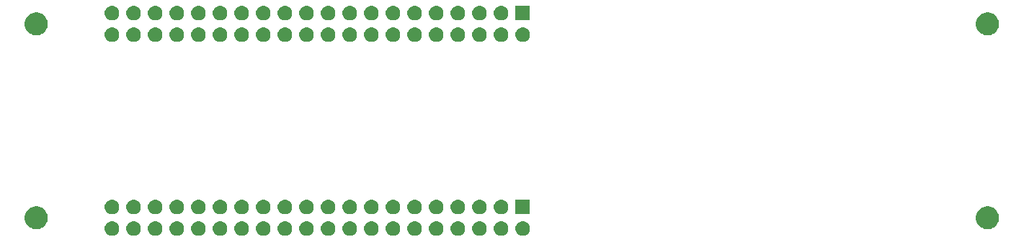
<source format=gbr>
G04 #@! TF.GenerationSoftware,KiCad,Pcbnew,5.0.2-5.fc29*
G04 #@! TF.CreationDate,2022-02-16T01:10:22+01:00*
G04 #@! TF.ProjectId,zynthian_zynaptik,7a796e74-6869-4616-9e5f-7a796e617074,1.0*
G04 #@! TF.SameCoordinates,Original*
G04 #@! TF.FileFunction,Soldermask,Bot*
G04 #@! TF.FilePolarity,Negative*
%FSLAX46Y46*%
G04 Gerber Fmt 4.6, Leading zero omitted, Abs format (unit mm)*
G04 Created by KiCad (PCBNEW 5.0.2-5.fc29) date mié 16 feb 2022 01:10:22 CET*
%MOMM*%
%LPD*%
G01*
G04 APERTURE LIST*
%ADD10C,0.100000*%
G04 APERTURE END LIST*
D10*
G36*
X118911630Y-128067299D02*
X119071855Y-128115903D01*
X119219520Y-128194831D01*
X119348949Y-128301051D01*
X119455169Y-128430480D01*
X119534097Y-128578145D01*
X119582701Y-128738370D01*
X119599112Y-128905000D01*
X119582701Y-129071630D01*
X119534097Y-129231855D01*
X119455169Y-129379520D01*
X119348949Y-129508949D01*
X119219520Y-129615169D01*
X119071855Y-129694097D01*
X118911630Y-129742701D01*
X118786752Y-129755000D01*
X118703248Y-129755000D01*
X118578370Y-129742701D01*
X118418145Y-129694097D01*
X118270480Y-129615169D01*
X118141051Y-129508949D01*
X118034831Y-129379520D01*
X117955903Y-129231855D01*
X117907299Y-129071630D01*
X117890888Y-128905000D01*
X117907299Y-128738370D01*
X117955903Y-128578145D01*
X118034831Y-128430480D01*
X118141051Y-128301051D01*
X118270480Y-128194831D01*
X118418145Y-128115903D01*
X118578370Y-128067299D01*
X118703248Y-128055000D01*
X118786752Y-128055000D01*
X118911630Y-128067299D01*
X118911630Y-128067299D01*
G37*
G36*
X93511630Y-128067299D02*
X93671855Y-128115903D01*
X93819520Y-128194831D01*
X93948949Y-128301051D01*
X94055169Y-128430480D01*
X94134097Y-128578145D01*
X94182701Y-128738370D01*
X94199112Y-128905000D01*
X94182701Y-129071630D01*
X94134097Y-129231855D01*
X94055169Y-129379520D01*
X93948949Y-129508949D01*
X93819520Y-129615169D01*
X93671855Y-129694097D01*
X93511630Y-129742701D01*
X93386752Y-129755000D01*
X93303248Y-129755000D01*
X93178370Y-129742701D01*
X93018145Y-129694097D01*
X92870480Y-129615169D01*
X92741051Y-129508949D01*
X92634831Y-129379520D01*
X92555903Y-129231855D01*
X92507299Y-129071630D01*
X92490888Y-128905000D01*
X92507299Y-128738370D01*
X92555903Y-128578145D01*
X92634831Y-128430480D01*
X92741051Y-128301051D01*
X92870480Y-128194831D01*
X93018145Y-128115903D01*
X93178370Y-128067299D01*
X93303248Y-128055000D01*
X93386752Y-128055000D01*
X93511630Y-128067299D01*
X93511630Y-128067299D01*
G37*
G36*
X70651630Y-128067299D02*
X70811855Y-128115903D01*
X70959520Y-128194831D01*
X71088949Y-128301051D01*
X71195169Y-128430480D01*
X71274097Y-128578145D01*
X71322701Y-128738370D01*
X71339112Y-128905000D01*
X71322701Y-129071630D01*
X71274097Y-129231855D01*
X71195169Y-129379520D01*
X71088949Y-129508949D01*
X70959520Y-129615169D01*
X70811855Y-129694097D01*
X70651630Y-129742701D01*
X70526752Y-129755000D01*
X70443248Y-129755000D01*
X70318370Y-129742701D01*
X70158145Y-129694097D01*
X70010480Y-129615169D01*
X69881051Y-129508949D01*
X69774831Y-129379520D01*
X69695903Y-129231855D01*
X69647299Y-129071630D01*
X69630888Y-128905000D01*
X69647299Y-128738370D01*
X69695903Y-128578145D01*
X69774831Y-128430480D01*
X69881051Y-128301051D01*
X70010480Y-128194831D01*
X70158145Y-128115903D01*
X70318370Y-128067299D01*
X70443248Y-128055000D01*
X70526752Y-128055000D01*
X70651630Y-128067299D01*
X70651630Y-128067299D01*
G37*
G36*
X73191630Y-128067299D02*
X73351855Y-128115903D01*
X73499520Y-128194831D01*
X73628949Y-128301051D01*
X73735169Y-128430480D01*
X73814097Y-128578145D01*
X73862701Y-128738370D01*
X73879112Y-128905000D01*
X73862701Y-129071630D01*
X73814097Y-129231855D01*
X73735169Y-129379520D01*
X73628949Y-129508949D01*
X73499520Y-129615169D01*
X73351855Y-129694097D01*
X73191630Y-129742701D01*
X73066752Y-129755000D01*
X72983248Y-129755000D01*
X72858370Y-129742701D01*
X72698145Y-129694097D01*
X72550480Y-129615169D01*
X72421051Y-129508949D01*
X72314831Y-129379520D01*
X72235903Y-129231855D01*
X72187299Y-129071630D01*
X72170888Y-128905000D01*
X72187299Y-128738370D01*
X72235903Y-128578145D01*
X72314831Y-128430480D01*
X72421051Y-128301051D01*
X72550480Y-128194831D01*
X72698145Y-128115903D01*
X72858370Y-128067299D01*
X72983248Y-128055000D01*
X73066752Y-128055000D01*
X73191630Y-128067299D01*
X73191630Y-128067299D01*
G37*
G36*
X75731630Y-128067299D02*
X75891855Y-128115903D01*
X76039520Y-128194831D01*
X76168949Y-128301051D01*
X76275169Y-128430480D01*
X76354097Y-128578145D01*
X76402701Y-128738370D01*
X76419112Y-128905000D01*
X76402701Y-129071630D01*
X76354097Y-129231855D01*
X76275169Y-129379520D01*
X76168949Y-129508949D01*
X76039520Y-129615169D01*
X75891855Y-129694097D01*
X75731630Y-129742701D01*
X75606752Y-129755000D01*
X75523248Y-129755000D01*
X75398370Y-129742701D01*
X75238145Y-129694097D01*
X75090480Y-129615169D01*
X74961051Y-129508949D01*
X74854831Y-129379520D01*
X74775903Y-129231855D01*
X74727299Y-129071630D01*
X74710888Y-128905000D01*
X74727299Y-128738370D01*
X74775903Y-128578145D01*
X74854831Y-128430480D01*
X74961051Y-128301051D01*
X75090480Y-128194831D01*
X75238145Y-128115903D01*
X75398370Y-128067299D01*
X75523248Y-128055000D01*
X75606752Y-128055000D01*
X75731630Y-128067299D01*
X75731630Y-128067299D01*
G37*
G36*
X78271630Y-128067299D02*
X78431855Y-128115903D01*
X78579520Y-128194831D01*
X78708949Y-128301051D01*
X78815169Y-128430480D01*
X78894097Y-128578145D01*
X78942701Y-128738370D01*
X78959112Y-128905000D01*
X78942701Y-129071630D01*
X78894097Y-129231855D01*
X78815169Y-129379520D01*
X78708949Y-129508949D01*
X78579520Y-129615169D01*
X78431855Y-129694097D01*
X78271630Y-129742701D01*
X78146752Y-129755000D01*
X78063248Y-129755000D01*
X77938370Y-129742701D01*
X77778145Y-129694097D01*
X77630480Y-129615169D01*
X77501051Y-129508949D01*
X77394831Y-129379520D01*
X77315903Y-129231855D01*
X77267299Y-129071630D01*
X77250888Y-128905000D01*
X77267299Y-128738370D01*
X77315903Y-128578145D01*
X77394831Y-128430480D01*
X77501051Y-128301051D01*
X77630480Y-128194831D01*
X77778145Y-128115903D01*
X77938370Y-128067299D01*
X78063248Y-128055000D01*
X78146752Y-128055000D01*
X78271630Y-128067299D01*
X78271630Y-128067299D01*
G37*
G36*
X80811630Y-128067299D02*
X80971855Y-128115903D01*
X81119520Y-128194831D01*
X81248949Y-128301051D01*
X81355169Y-128430480D01*
X81434097Y-128578145D01*
X81482701Y-128738370D01*
X81499112Y-128905000D01*
X81482701Y-129071630D01*
X81434097Y-129231855D01*
X81355169Y-129379520D01*
X81248949Y-129508949D01*
X81119520Y-129615169D01*
X80971855Y-129694097D01*
X80811630Y-129742701D01*
X80686752Y-129755000D01*
X80603248Y-129755000D01*
X80478370Y-129742701D01*
X80318145Y-129694097D01*
X80170480Y-129615169D01*
X80041051Y-129508949D01*
X79934831Y-129379520D01*
X79855903Y-129231855D01*
X79807299Y-129071630D01*
X79790888Y-128905000D01*
X79807299Y-128738370D01*
X79855903Y-128578145D01*
X79934831Y-128430480D01*
X80041051Y-128301051D01*
X80170480Y-128194831D01*
X80318145Y-128115903D01*
X80478370Y-128067299D01*
X80603248Y-128055000D01*
X80686752Y-128055000D01*
X80811630Y-128067299D01*
X80811630Y-128067299D01*
G37*
G36*
X83351630Y-128067299D02*
X83511855Y-128115903D01*
X83659520Y-128194831D01*
X83788949Y-128301051D01*
X83895169Y-128430480D01*
X83974097Y-128578145D01*
X84022701Y-128738370D01*
X84039112Y-128905000D01*
X84022701Y-129071630D01*
X83974097Y-129231855D01*
X83895169Y-129379520D01*
X83788949Y-129508949D01*
X83659520Y-129615169D01*
X83511855Y-129694097D01*
X83351630Y-129742701D01*
X83226752Y-129755000D01*
X83143248Y-129755000D01*
X83018370Y-129742701D01*
X82858145Y-129694097D01*
X82710480Y-129615169D01*
X82581051Y-129508949D01*
X82474831Y-129379520D01*
X82395903Y-129231855D01*
X82347299Y-129071630D01*
X82330888Y-128905000D01*
X82347299Y-128738370D01*
X82395903Y-128578145D01*
X82474831Y-128430480D01*
X82581051Y-128301051D01*
X82710480Y-128194831D01*
X82858145Y-128115903D01*
X83018370Y-128067299D01*
X83143248Y-128055000D01*
X83226752Y-128055000D01*
X83351630Y-128067299D01*
X83351630Y-128067299D01*
G37*
G36*
X85891630Y-128067299D02*
X86051855Y-128115903D01*
X86199520Y-128194831D01*
X86328949Y-128301051D01*
X86435169Y-128430480D01*
X86514097Y-128578145D01*
X86562701Y-128738370D01*
X86579112Y-128905000D01*
X86562701Y-129071630D01*
X86514097Y-129231855D01*
X86435169Y-129379520D01*
X86328949Y-129508949D01*
X86199520Y-129615169D01*
X86051855Y-129694097D01*
X85891630Y-129742701D01*
X85766752Y-129755000D01*
X85683248Y-129755000D01*
X85558370Y-129742701D01*
X85398145Y-129694097D01*
X85250480Y-129615169D01*
X85121051Y-129508949D01*
X85014831Y-129379520D01*
X84935903Y-129231855D01*
X84887299Y-129071630D01*
X84870888Y-128905000D01*
X84887299Y-128738370D01*
X84935903Y-128578145D01*
X85014831Y-128430480D01*
X85121051Y-128301051D01*
X85250480Y-128194831D01*
X85398145Y-128115903D01*
X85558370Y-128067299D01*
X85683248Y-128055000D01*
X85766752Y-128055000D01*
X85891630Y-128067299D01*
X85891630Y-128067299D01*
G37*
G36*
X88431630Y-128067299D02*
X88591855Y-128115903D01*
X88739520Y-128194831D01*
X88868949Y-128301051D01*
X88975169Y-128430480D01*
X89054097Y-128578145D01*
X89102701Y-128738370D01*
X89119112Y-128905000D01*
X89102701Y-129071630D01*
X89054097Y-129231855D01*
X88975169Y-129379520D01*
X88868949Y-129508949D01*
X88739520Y-129615169D01*
X88591855Y-129694097D01*
X88431630Y-129742701D01*
X88306752Y-129755000D01*
X88223248Y-129755000D01*
X88098370Y-129742701D01*
X87938145Y-129694097D01*
X87790480Y-129615169D01*
X87661051Y-129508949D01*
X87554831Y-129379520D01*
X87475903Y-129231855D01*
X87427299Y-129071630D01*
X87410888Y-128905000D01*
X87427299Y-128738370D01*
X87475903Y-128578145D01*
X87554831Y-128430480D01*
X87661051Y-128301051D01*
X87790480Y-128194831D01*
X87938145Y-128115903D01*
X88098370Y-128067299D01*
X88223248Y-128055000D01*
X88306752Y-128055000D01*
X88431630Y-128067299D01*
X88431630Y-128067299D01*
G37*
G36*
X90971630Y-128067299D02*
X91131855Y-128115903D01*
X91279520Y-128194831D01*
X91408949Y-128301051D01*
X91515169Y-128430480D01*
X91594097Y-128578145D01*
X91642701Y-128738370D01*
X91659112Y-128905000D01*
X91642701Y-129071630D01*
X91594097Y-129231855D01*
X91515169Y-129379520D01*
X91408949Y-129508949D01*
X91279520Y-129615169D01*
X91131855Y-129694097D01*
X90971630Y-129742701D01*
X90846752Y-129755000D01*
X90763248Y-129755000D01*
X90638370Y-129742701D01*
X90478145Y-129694097D01*
X90330480Y-129615169D01*
X90201051Y-129508949D01*
X90094831Y-129379520D01*
X90015903Y-129231855D01*
X89967299Y-129071630D01*
X89950888Y-128905000D01*
X89967299Y-128738370D01*
X90015903Y-128578145D01*
X90094831Y-128430480D01*
X90201051Y-128301051D01*
X90330480Y-128194831D01*
X90478145Y-128115903D01*
X90638370Y-128067299D01*
X90763248Y-128055000D01*
X90846752Y-128055000D01*
X90971630Y-128067299D01*
X90971630Y-128067299D01*
G37*
G36*
X98591630Y-128067299D02*
X98751855Y-128115903D01*
X98899520Y-128194831D01*
X99028949Y-128301051D01*
X99135169Y-128430480D01*
X99214097Y-128578145D01*
X99262701Y-128738370D01*
X99279112Y-128905000D01*
X99262701Y-129071630D01*
X99214097Y-129231855D01*
X99135169Y-129379520D01*
X99028949Y-129508949D01*
X98899520Y-129615169D01*
X98751855Y-129694097D01*
X98591630Y-129742701D01*
X98466752Y-129755000D01*
X98383248Y-129755000D01*
X98258370Y-129742701D01*
X98098145Y-129694097D01*
X97950480Y-129615169D01*
X97821051Y-129508949D01*
X97714831Y-129379520D01*
X97635903Y-129231855D01*
X97587299Y-129071630D01*
X97570888Y-128905000D01*
X97587299Y-128738370D01*
X97635903Y-128578145D01*
X97714831Y-128430480D01*
X97821051Y-128301051D01*
X97950480Y-128194831D01*
X98098145Y-128115903D01*
X98258370Y-128067299D01*
X98383248Y-128055000D01*
X98466752Y-128055000D01*
X98591630Y-128067299D01*
X98591630Y-128067299D01*
G37*
G36*
X101131630Y-128067299D02*
X101291855Y-128115903D01*
X101439520Y-128194831D01*
X101568949Y-128301051D01*
X101675169Y-128430480D01*
X101754097Y-128578145D01*
X101802701Y-128738370D01*
X101819112Y-128905000D01*
X101802701Y-129071630D01*
X101754097Y-129231855D01*
X101675169Y-129379520D01*
X101568949Y-129508949D01*
X101439520Y-129615169D01*
X101291855Y-129694097D01*
X101131630Y-129742701D01*
X101006752Y-129755000D01*
X100923248Y-129755000D01*
X100798370Y-129742701D01*
X100638145Y-129694097D01*
X100490480Y-129615169D01*
X100361051Y-129508949D01*
X100254831Y-129379520D01*
X100175903Y-129231855D01*
X100127299Y-129071630D01*
X100110888Y-128905000D01*
X100127299Y-128738370D01*
X100175903Y-128578145D01*
X100254831Y-128430480D01*
X100361051Y-128301051D01*
X100490480Y-128194831D01*
X100638145Y-128115903D01*
X100798370Y-128067299D01*
X100923248Y-128055000D01*
X101006752Y-128055000D01*
X101131630Y-128067299D01*
X101131630Y-128067299D01*
G37*
G36*
X103671630Y-128067299D02*
X103831855Y-128115903D01*
X103979520Y-128194831D01*
X104108949Y-128301051D01*
X104215169Y-128430480D01*
X104294097Y-128578145D01*
X104342701Y-128738370D01*
X104359112Y-128905000D01*
X104342701Y-129071630D01*
X104294097Y-129231855D01*
X104215169Y-129379520D01*
X104108949Y-129508949D01*
X103979520Y-129615169D01*
X103831855Y-129694097D01*
X103671630Y-129742701D01*
X103546752Y-129755000D01*
X103463248Y-129755000D01*
X103338370Y-129742701D01*
X103178145Y-129694097D01*
X103030480Y-129615169D01*
X102901051Y-129508949D01*
X102794831Y-129379520D01*
X102715903Y-129231855D01*
X102667299Y-129071630D01*
X102650888Y-128905000D01*
X102667299Y-128738370D01*
X102715903Y-128578145D01*
X102794831Y-128430480D01*
X102901051Y-128301051D01*
X103030480Y-128194831D01*
X103178145Y-128115903D01*
X103338370Y-128067299D01*
X103463248Y-128055000D01*
X103546752Y-128055000D01*
X103671630Y-128067299D01*
X103671630Y-128067299D01*
G37*
G36*
X106211630Y-128067299D02*
X106371855Y-128115903D01*
X106519520Y-128194831D01*
X106648949Y-128301051D01*
X106755169Y-128430480D01*
X106834097Y-128578145D01*
X106882701Y-128738370D01*
X106899112Y-128905000D01*
X106882701Y-129071630D01*
X106834097Y-129231855D01*
X106755169Y-129379520D01*
X106648949Y-129508949D01*
X106519520Y-129615169D01*
X106371855Y-129694097D01*
X106211630Y-129742701D01*
X106086752Y-129755000D01*
X106003248Y-129755000D01*
X105878370Y-129742701D01*
X105718145Y-129694097D01*
X105570480Y-129615169D01*
X105441051Y-129508949D01*
X105334831Y-129379520D01*
X105255903Y-129231855D01*
X105207299Y-129071630D01*
X105190888Y-128905000D01*
X105207299Y-128738370D01*
X105255903Y-128578145D01*
X105334831Y-128430480D01*
X105441051Y-128301051D01*
X105570480Y-128194831D01*
X105718145Y-128115903D01*
X105878370Y-128067299D01*
X106003248Y-128055000D01*
X106086752Y-128055000D01*
X106211630Y-128067299D01*
X106211630Y-128067299D01*
G37*
G36*
X108751630Y-128067299D02*
X108911855Y-128115903D01*
X109059520Y-128194831D01*
X109188949Y-128301051D01*
X109295169Y-128430480D01*
X109374097Y-128578145D01*
X109422701Y-128738370D01*
X109439112Y-128905000D01*
X109422701Y-129071630D01*
X109374097Y-129231855D01*
X109295169Y-129379520D01*
X109188949Y-129508949D01*
X109059520Y-129615169D01*
X108911855Y-129694097D01*
X108751630Y-129742701D01*
X108626752Y-129755000D01*
X108543248Y-129755000D01*
X108418370Y-129742701D01*
X108258145Y-129694097D01*
X108110480Y-129615169D01*
X107981051Y-129508949D01*
X107874831Y-129379520D01*
X107795903Y-129231855D01*
X107747299Y-129071630D01*
X107730888Y-128905000D01*
X107747299Y-128738370D01*
X107795903Y-128578145D01*
X107874831Y-128430480D01*
X107981051Y-128301051D01*
X108110480Y-128194831D01*
X108258145Y-128115903D01*
X108418370Y-128067299D01*
X108543248Y-128055000D01*
X108626752Y-128055000D01*
X108751630Y-128067299D01*
X108751630Y-128067299D01*
G37*
G36*
X111291630Y-128067299D02*
X111451855Y-128115903D01*
X111599520Y-128194831D01*
X111728949Y-128301051D01*
X111835169Y-128430480D01*
X111914097Y-128578145D01*
X111962701Y-128738370D01*
X111979112Y-128905000D01*
X111962701Y-129071630D01*
X111914097Y-129231855D01*
X111835169Y-129379520D01*
X111728949Y-129508949D01*
X111599520Y-129615169D01*
X111451855Y-129694097D01*
X111291630Y-129742701D01*
X111166752Y-129755000D01*
X111083248Y-129755000D01*
X110958370Y-129742701D01*
X110798145Y-129694097D01*
X110650480Y-129615169D01*
X110521051Y-129508949D01*
X110414831Y-129379520D01*
X110335903Y-129231855D01*
X110287299Y-129071630D01*
X110270888Y-128905000D01*
X110287299Y-128738370D01*
X110335903Y-128578145D01*
X110414831Y-128430480D01*
X110521051Y-128301051D01*
X110650480Y-128194831D01*
X110798145Y-128115903D01*
X110958370Y-128067299D01*
X111083248Y-128055000D01*
X111166752Y-128055000D01*
X111291630Y-128067299D01*
X111291630Y-128067299D01*
G37*
G36*
X113831630Y-128067299D02*
X113991855Y-128115903D01*
X114139520Y-128194831D01*
X114268949Y-128301051D01*
X114375169Y-128430480D01*
X114454097Y-128578145D01*
X114502701Y-128738370D01*
X114519112Y-128905000D01*
X114502701Y-129071630D01*
X114454097Y-129231855D01*
X114375169Y-129379520D01*
X114268949Y-129508949D01*
X114139520Y-129615169D01*
X113991855Y-129694097D01*
X113831630Y-129742701D01*
X113706752Y-129755000D01*
X113623248Y-129755000D01*
X113498370Y-129742701D01*
X113338145Y-129694097D01*
X113190480Y-129615169D01*
X113061051Y-129508949D01*
X112954831Y-129379520D01*
X112875903Y-129231855D01*
X112827299Y-129071630D01*
X112810888Y-128905000D01*
X112827299Y-128738370D01*
X112875903Y-128578145D01*
X112954831Y-128430480D01*
X113061051Y-128301051D01*
X113190480Y-128194831D01*
X113338145Y-128115903D01*
X113498370Y-128067299D01*
X113623248Y-128055000D01*
X113706752Y-128055000D01*
X113831630Y-128067299D01*
X113831630Y-128067299D01*
G37*
G36*
X116371630Y-128067299D02*
X116531855Y-128115903D01*
X116679520Y-128194831D01*
X116808949Y-128301051D01*
X116915169Y-128430480D01*
X116994097Y-128578145D01*
X117042701Y-128738370D01*
X117059112Y-128905000D01*
X117042701Y-129071630D01*
X116994097Y-129231855D01*
X116915169Y-129379520D01*
X116808949Y-129508949D01*
X116679520Y-129615169D01*
X116531855Y-129694097D01*
X116371630Y-129742701D01*
X116246752Y-129755000D01*
X116163248Y-129755000D01*
X116038370Y-129742701D01*
X115878145Y-129694097D01*
X115730480Y-129615169D01*
X115601051Y-129508949D01*
X115494831Y-129379520D01*
X115415903Y-129231855D01*
X115367299Y-129071630D01*
X115350888Y-128905000D01*
X115367299Y-128738370D01*
X115415903Y-128578145D01*
X115494831Y-128430480D01*
X115601051Y-128301051D01*
X115730480Y-128194831D01*
X115878145Y-128115903D01*
X116038370Y-128067299D01*
X116163248Y-128055000D01*
X116246752Y-128055000D01*
X116371630Y-128067299D01*
X116371630Y-128067299D01*
G37*
G36*
X96051630Y-128067299D02*
X96211855Y-128115903D01*
X96359520Y-128194831D01*
X96488949Y-128301051D01*
X96595169Y-128430480D01*
X96674097Y-128578145D01*
X96722701Y-128738370D01*
X96739112Y-128905000D01*
X96722701Y-129071630D01*
X96674097Y-129231855D01*
X96595169Y-129379520D01*
X96488949Y-129508949D01*
X96359520Y-129615169D01*
X96211855Y-129694097D01*
X96051630Y-129742701D01*
X95926752Y-129755000D01*
X95843248Y-129755000D01*
X95718370Y-129742701D01*
X95558145Y-129694097D01*
X95410480Y-129615169D01*
X95281051Y-129508949D01*
X95174831Y-129379520D01*
X95095903Y-129231855D01*
X95047299Y-129071630D01*
X95030888Y-128905000D01*
X95047299Y-128738370D01*
X95095903Y-128578145D01*
X95174831Y-128430480D01*
X95281051Y-128301051D01*
X95410480Y-128194831D01*
X95558145Y-128115903D01*
X95718370Y-128067299D01*
X95843248Y-128055000D01*
X95926752Y-128055000D01*
X96051630Y-128067299D01*
X96051630Y-128067299D01*
G37*
G36*
X173748778Y-126336879D02*
X173994466Y-126438646D01*
X174215578Y-126586389D01*
X174403611Y-126774422D01*
X174551354Y-126995534D01*
X174653121Y-127241222D01*
X174705000Y-127502035D01*
X174705000Y-127767965D01*
X174653121Y-128028778D01*
X174551354Y-128274466D01*
X174403611Y-128495578D01*
X174215578Y-128683611D01*
X173994466Y-128831354D01*
X173748778Y-128933121D01*
X173487965Y-128985000D01*
X173222035Y-128985000D01*
X172961222Y-128933121D01*
X172715534Y-128831354D01*
X172494422Y-128683611D01*
X172306389Y-128495578D01*
X172158646Y-128274466D01*
X172056879Y-128028778D01*
X172005000Y-127767965D01*
X172005000Y-127502035D01*
X172056879Y-127241222D01*
X172158646Y-126995534D01*
X172306389Y-126774422D01*
X172494422Y-126586389D01*
X172715534Y-126438646D01*
X172961222Y-126336879D01*
X173222035Y-126285000D01*
X173487965Y-126285000D01*
X173748778Y-126336879D01*
X173748778Y-126336879D01*
G37*
G36*
X61988778Y-126336879D02*
X62234466Y-126438646D01*
X62455578Y-126586389D01*
X62643611Y-126774422D01*
X62791354Y-126995534D01*
X62893121Y-127241222D01*
X62945000Y-127502035D01*
X62945000Y-127767965D01*
X62893121Y-128028778D01*
X62791354Y-128274466D01*
X62643611Y-128495578D01*
X62455578Y-128683611D01*
X62234466Y-128831354D01*
X61988778Y-128933121D01*
X61727965Y-128985000D01*
X61462035Y-128985000D01*
X61201222Y-128933121D01*
X60955534Y-128831354D01*
X60734422Y-128683611D01*
X60546389Y-128495578D01*
X60398646Y-128274466D01*
X60296879Y-128028778D01*
X60245000Y-127767965D01*
X60245000Y-127502035D01*
X60296879Y-127241222D01*
X60398646Y-126995534D01*
X60546389Y-126774422D01*
X60734422Y-126586389D01*
X60955534Y-126438646D01*
X61201222Y-126336879D01*
X61462035Y-126285000D01*
X61727965Y-126285000D01*
X61988778Y-126336879D01*
X61988778Y-126336879D01*
G37*
G36*
X73191630Y-125527299D02*
X73351855Y-125575903D01*
X73499520Y-125654831D01*
X73628949Y-125761051D01*
X73735169Y-125890480D01*
X73814097Y-126038145D01*
X73862701Y-126198370D01*
X73879112Y-126365000D01*
X73862701Y-126531630D01*
X73814097Y-126691855D01*
X73735169Y-126839520D01*
X73628949Y-126968949D01*
X73499520Y-127075169D01*
X73351855Y-127154097D01*
X73191630Y-127202701D01*
X73066752Y-127215000D01*
X72983248Y-127215000D01*
X72858370Y-127202701D01*
X72698145Y-127154097D01*
X72550480Y-127075169D01*
X72421051Y-126968949D01*
X72314831Y-126839520D01*
X72235903Y-126691855D01*
X72187299Y-126531630D01*
X72170888Y-126365000D01*
X72187299Y-126198370D01*
X72235903Y-126038145D01*
X72314831Y-125890480D01*
X72421051Y-125761051D01*
X72550480Y-125654831D01*
X72698145Y-125575903D01*
X72858370Y-125527299D01*
X72983248Y-125515000D01*
X73066752Y-125515000D01*
X73191630Y-125527299D01*
X73191630Y-125527299D01*
G37*
G36*
X96051630Y-125527299D02*
X96211855Y-125575903D01*
X96359520Y-125654831D01*
X96488949Y-125761051D01*
X96595169Y-125890480D01*
X96674097Y-126038145D01*
X96722701Y-126198370D01*
X96739112Y-126365000D01*
X96722701Y-126531630D01*
X96674097Y-126691855D01*
X96595169Y-126839520D01*
X96488949Y-126968949D01*
X96359520Y-127075169D01*
X96211855Y-127154097D01*
X96051630Y-127202701D01*
X95926752Y-127215000D01*
X95843248Y-127215000D01*
X95718370Y-127202701D01*
X95558145Y-127154097D01*
X95410480Y-127075169D01*
X95281051Y-126968949D01*
X95174831Y-126839520D01*
X95095903Y-126691855D01*
X95047299Y-126531630D01*
X95030888Y-126365000D01*
X95047299Y-126198370D01*
X95095903Y-126038145D01*
X95174831Y-125890480D01*
X95281051Y-125761051D01*
X95410480Y-125654831D01*
X95558145Y-125575903D01*
X95718370Y-125527299D01*
X95843248Y-125515000D01*
X95926752Y-125515000D01*
X96051630Y-125527299D01*
X96051630Y-125527299D01*
G37*
G36*
X90971630Y-125527299D02*
X91131855Y-125575903D01*
X91279520Y-125654831D01*
X91408949Y-125761051D01*
X91515169Y-125890480D01*
X91594097Y-126038145D01*
X91642701Y-126198370D01*
X91659112Y-126365000D01*
X91642701Y-126531630D01*
X91594097Y-126691855D01*
X91515169Y-126839520D01*
X91408949Y-126968949D01*
X91279520Y-127075169D01*
X91131855Y-127154097D01*
X90971630Y-127202701D01*
X90846752Y-127215000D01*
X90763248Y-127215000D01*
X90638370Y-127202701D01*
X90478145Y-127154097D01*
X90330480Y-127075169D01*
X90201051Y-126968949D01*
X90094831Y-126839520D01*
X90015903Y-126691855D01*
X89967299Y-126531630D01*
X89950888Y-126365000D01*
X89967299Y-126198370D01*
X90015903Y-126038145D01*
X90094831Y-125890480D01*
X90201051Y-125761051D01*
X90330480Y-125654831D01*
X90478145Y-125575903D01*
X90638370Y-125527299D01*
X90763248Y-125515000D01*
X90846752Y-125515000D01*
X90971630Y-125527299D01*
X90971630Y-125527299D01*
G37*
G36*
X98591630Y-125527299D02*
X98751855Y-125575903D01*
X98899520Y-125654831D01*
X99028949Y-125761051D01*
X99135169Y-125890480D01*
X99214097Y-126038145D01*
X99262701Y-126198370D01*
X99279112Y-126365000D01*
X99262701Y-126531630D01*
X99214097Y-126691855D01*
X99135169Y-126839520D01*
X99028949Y-126968949D01*
X98899520Y-127075169D01*
X98751855Y-127154097D01*
X98591630Y-127202701D01*
X98466752Y-127215000D01*
X98383248Y-127215000D01*
X98258370Y-127202701D01*
X98098145Y-127154097D01*
X97950480Y-127075169D01*
X97821051Y-126968949D01*
X97714831Y-126839520D01*
X97635903Y-126691855D01*
X97587299Y-126531630D01*
X97570888Y-126365000D01*
X97587299Y-126198370D01*
X97635903Y-126038145D01*
X97714831Y-125890480D01*
X97821051Y-125761051D01*
X97950480Y-125654831D01*
X98098145Y-125575903D01*
X98258370Y-125527299D01*
X98383248Y-125515000D01*
X98466752Y-125515000D01*
X98591630Y-125527299D01*
X98591630Y-125527299D01*
G37*
G36*
X88431630Y-125527299D02*
X88591855Y-125575903D01*
X88739520Y-125654831D01*
X88868949Y-125761051D01*
X88975169Y-125890480D01*
X89054097Y-126038145D01*
X89102701Y-126198370D01*
X89119112Y-126365000D01*
X89102701Y-126531630D01*
X89054097Y-126691855D01*
X88975169Y-126839520D01*
X88868949Y-126968949D01*
X88739520Y-127075169D01*
X88591855Y-127154097D01*
X88431630Y-127202701D01*
X88306752Y-127215000D01*
X88223248Y-127215000D01*
X88098370Y-127202701D01*
X87938145Y-127154097D01*
X87790480Y-127075169D01*
X87661051Y-126968949D01*
X87554831Y-126839520D01*
X87475903Y-126691855D01*
X87427299Y-126531630D01*
X87410888Y-126365000D01*
X87427299Y-126198370D01*
X87475903Y-126038145D01*
X87554831Y-125890480D01*
X87661051Y-125761051D01*
X87790480Y-125654831D01*
X87938145Y-125575903D01*
X88098370Y-125527299D01*
X88223248Y-125515000D01*
X88306752Y-125515000D01*
X88431630Y-125527299D01*
X88431630Y-125527299D01*
G37*
G36*
X101131630Y-125527299D02*
X101291855Y-125575903D01*
X101439520Y-125654831D01*
X101568949Y-125761051D01*
X101675169Y-125890480D01*
X101754097Y-126038145D01*
X101802701Y-126198370D01*
X101819112Y-126365000D01*
X101802701Y-126531630D01*
X101754097Y-126691855D01*
X101675169Y-126839520D01*
X101568949Y-126968949D01*
X101439520Y-127075169D01*
X101291855Y-127154097D01*
X101131630Y-127202701D01*
X101006752Y-127215000D01*
X100923248Y-127215000D01*
X100798370Y-127202701D01*
X100638145Y-127154097D01*
X100490480Y-127075169D01*
X100361051Y-126968949D01*
X100254831Y-126839520D01*
X100175903Y-126691855D01*
X100127299Y-126531630D01*
X100110888Y-126365000D01*
X100127299Y-126198370D01*
X100175903Y-126038145D01*
X100254831Y-125890480D01*
X100361051Y-125761051D01*
X100490480Y-125654831D01*
X100638145Y-125575903D01*
X100798370Y-125527299D01*
X100923248Y-125515000D01*
X101006752Y-125515000D01*
X101131630Y-125527299D01*
X101131630Y-125527299D01*
G37*
G36*
X85891630Y-125527299D02*
X86051855Y-125575903D01*
X86199520Y-125654831D01*
X86328949Y-125761051D01*
X86435169Y-125890480D01*
X86514097Y-126038145D01*
X86562701Y-126198370D01*
X86579112Y-126365000D01*
X86562701Y-126531630D01*
X86514097Y-126691855D01*
X86435169Y-126839520D01*
X86328949Y-126968949D01*
X86199520Y-127075169D01*
X86051855Y-127154097D01*
X85891630Y-127202701D01*
X85766752Y-127215000D01*
X85683248Y-127215000D01*
X85558370Y-127202701D01*
X85398145Y-127154097D01*
X85250480Y-127075169D01*
X85121051Y-126968949D01*
X85014831Y-126839520D01*
X84935903Y-126691855D01*
X84887299Y-126531630D01*
X84870888Y-126365000D01*
X84887299Y-126198370D01*
X84935903Y-126038145D01*
X85014831Y-125890480D01*
X85121051Y-125761051D01*
X85250480Y-125654831D01*
X85398145Y-125575903D01*
X85558370Y-125527299D01*
X85683248Y-125515000D01*
X85766752Y-125515000D01*
X85891630Y-125527299D01*
X85891630Y-125527299D01*
G37*
G36*
X103671630Y-125527299D02*
X103831855Y-125575903D01*
X103979520Y-125654831D01*
X104108949Y-125761051D01*
X104215169Y-125890480D01*
X104294097Y-126038145D01*
X104342701Y-126198370D01*
X104359112Y-126365000D01*
X104342701Y-126531630D01*
X104294097Y-126691855D01*
X104215169Y-126839520D01*
X104108949Y-126968949D01*
X103979520Y-127075169D01*
X103831855Y-127154097D01*
X103671630Y-127202701D01*
X103546752Y-127215000D01*
X103463248Y-127215000D01*
X103338370Y-127202701D01*
X103178145Y-127154097D01*
X103030480Y-127075169D01*
X102901051Y-126968949D01*
X102794831Y-126839520D01*
X102715903Y-126691855D01*
X102667299Y-126531630D01*
X102650888Y-126365000D01*
X102667299Y-126198370D01*
X102715903Y-126038145D01*
X102794831Y-125890480D01*
X102901051Y-125761051D01*
X103030480Y-125654831D01*
X103178145Y-125575903D01*
X103338370Y-125527299D01*
X103463248Y-125515000D01*
X103546752Y-125515000D01*
X103671630Y-125527299D01*
X103671630Y-125527299D01*
G37*
G36*
X83351630Y-125527299D02*
X83511855Y-125575903D01*
X83659520Y-125654831D01*
X83788949Y-125761051D01*
X83895169Y-125890480D01*
X83974097Y-126038145D01*
X84022701Y-126198370D01*
X84039112Y-126365000D01*
X84022701Y-126531630D01*
X83974097Y-126691855D01*
X83895169Y-126839520D01*
X83788949Y-126968949D01*
X83659520Y-127075169D01*
X83511855Y-127154097D01*
X83351630Y-127202701D01*
X83226752Y-127215000D01*
X83143248Y-127215000D01*
X83018370Y-127202701D01*
X82858145Y-127154097D01*
X82710480Y-127075169D01*
X82581051Y-126968949D01*
X82474831Y-126839520D01*
X82395903Y-126691855D01*
X82347299Y-126531630D01*
X82330888Y-126365000D01*
X82347299Y-126198370D01*
X82395903Y-126038145D01*
X82474831Y-125890480D01*
X82581051Y-125761051D01*
X82710480Y-125654831D01*
X82858145Y-125575903D01*
X83018370Y-125527299D01*
X83143248Y-125515000D01*
X83226752Y-125515000D01*
X83351630Y-125527299D01*
X83351630Y-125527299D01*
G37*
G36*
X106211630Y-125527299D02*
X106371855Y-125575903D01*
X106519520Y-125654831D01*
X106648949Y-125761051D01*
X106755169Y-125890480D01*
X106834097Y-126038145D01*
X106882701Y-126198370D01*
X106899112Y-126365000D01*
X106882701Y-126531630D01*
X106834097Y-126691855D01*
X106755169Y-126839520D01*
X106648949Y-126968949D01*
X106519520Y-127075169D01*
X106371855Y-127154097D01*
X106211630Y-127202701D01*
X106086752Y-127215000D01*
X106003248Y-127215000D01*
X105878370Y-127202701D01*
X105718145Y-127154097D01*
X105570480Y-127075169D01*
X105441051Y-126968949D01*
X105334831Y-126839520D01*
X105255903Y-126691855D01*
X105207299Y-126531630D01*
X105190888Y-126365000D01*
X105207299Y-126198370D01*
X105255903Y-126038145D01*
X105334831Y-125890480D01*
X105441051Y-125761051D01*
X105570480Y-125654831D01*
X105718145Y-125575903D01*
X105878370Y-125527299D01*
X106003248Y-125515000D01*
X106086752Y-125515000D01*
X106211630Y-125527299D01*
X106211630Y-125527299D01*
G37*
G36*
X93511630Y-125527299D02*
X93671855Y-125575903D01*
X93819520Y-125654831D01*
X93948949Y-125761051D01*
X94055169Y-125890480D01*
X94134097Y-126038145D01*
X94182701Y-126198370D01*
X94199112Y-126365000D01*
X94182701Y-126531630D01*
X94134097Y-126691855D01*
X94055169Y-126839520D01*
X93948949Y-126968949D01*
X93819520Y-127075169D01*
X93671855Y-127154097D01*
X93511630Y-127202701D01*
X93386752Y-127215000D01*
X93303248Y-127215000D01*
X93178370Y-127202701D01*
X93018145Y-127154097D01*
X92870480Y-127075169D01*
X92741051Y-126968949D01*
X92634831Y-126839520D01*
X92555903Y-126691855D01*
X92507299Y-126531630D01*
X92490888Y-126365000D01*
X92507299Y-126198370D01*
X92555903Y-126038145D01*
X92634831Y-125890480D01*
X92741051Y-125761051D01*
X92870480Y-125654831D01*
X93018145Y-125575903D01*
X93178370Y-125527299D01*
X93303248Y-125515000D01*
X93386752Y-125515000D01*
X93511630Y-125527299D01*
X93511630Y-125527299D01*
G37*
G36*
X108751630Y-125527299D02*
X108911855Y-125575903D01*
X109059520Y-125654831D01*
X109188949Y-125761051D01*
X109295169Y-125890480D01*
X109374097Y-126038145D01*
X109422701Y-126198370D01*
X109439112Y-126365000D01*
X109422701Y-126531630D01*
X109374097Y-126691855D01*
X109295169Y-126839520D01*
X109188949Y-126968949D01*
X109059520Y-127075169D01*
X108911855Y-127154097D01*
X108751630Y-127202701D01*
X108626752Y-127215000D01*
X108543248Y-127215000D01*
X108418370Y-127202701D01*
X108258145Y-127154097D01*
X108110480Y-127075169D01*
X107981051Y-126968949D01*
X107874831Y-126839520D01*
X107795903Y-126691855D01*
X107747299Y-126531630D01*
X107730888Y-126365000D01*
X107747299Y-126198370D01*
X107795903Y-126038145D01*
X107874831Y-125890480D01*
X107981051Y-125761051D01*
X108110480Y-125654831D01*
X108258145Y-125575903D01*
X108418370Y-125527299D01*
X108543248Y-125515000D01*
X108626752Y-125515000D01*
X108751630Y-125527299D01*
X108751630Y-125527299D01*
G37*
G36*
X119595000Y-127215000D02*
X117895000Y-127215000D01*
X117895000Y-125515000D01*
X119595000Y-125515000D01*
X119595000Y-127215000D01*
X119595000Y-127215000D01*
G37*
G36*
X70651630Y-125527299D02*
X70811855Y-125575903D01*
X70959520Y-125654831D01*
X71088949Y-125761051D01*
X71195169Y-125890480D01*
X71274097Y-126038145D01*
X71322701Y-126198370D01*
X71339112Y-126365000D01*
X71322701Y-126531630D01*
X71274097Y-126691855D01*
X71195169Y-126839520D01*
X71088949Y-126968949D01*
X70959520Y-127075169D01*
X70811855Y-127154097D01*
X70651630Y-127202701D01*
X70526752Y-127215000D01*
X70443248Y-127215000D01*
X70318370Y-127202701D01*
X70158145Y-127154097D01*
X70010480Y-127075169D01*
X69881051Y-126968949D01*
X69774831Y-126839520D01*
X69695903Y-126691855D01*
X69647299Y-126531630D01*
X69630888Y-126365000D01*
X69647299Y-126198370D01*
X69695903Y-126038145D01*
X69774831Y-125890480D01*
X69881051Y-125761051D01*
X70010480Y-125654831D01*
X70158145Y-125575903D01*
X70318370Y-125527299D01*
X70443248Y-125515000D01*
X70526752Y-125515000D01*
X70651630Y-125527299D01*
X70651630Y-125527299D01*
G37*
G36*
X116371630Y-125527299D02*
X116531855Y-125575903D01*
X116679520Y-125654831D01*
X116808949Y-125761051D01*
X116915169Y-125890480D01*
X116994097Y-126038145D01*
X117042701Y-126198370D01*
X117059112Y-126365000D01*
X117042701Y-126531630D01*
X116994097Y-126691855D01*
X116915169Y-126839520D01*
X116808949Y-126968949D01*
X116679520Y-127075169D01*
X116531855Y-127154097D01*
X116371630Y-127202701D01*
X116246752Y-127215000D01*
X116163248Y-127215000D01*
X116038370Y-127202701D01*
X115878145Y-127154097D01*
X115730480Y-127075169D01*
X115601051Y-126968949D01*
X115494831Y-126839520D01*
X115415903Y-126691855D01*
X115367299Y-126531630D01*
X115350888Y-126365000D01*
X115367299Y-126198370D01*
X115415903Y-126038145D01*
X115494831Y-125890480D01*
X115601051Y-125761051D01*
X115730480Y-125654831D01*
X115878145Y-125575903D01*
X116038370Y-125527299D01*
X116163248Y-125515000D01*
X116246752Y-125515000D01*
X116371630Y-125527299D01*
X116371630Y-125527299D01*
G37*
G36*
X113831630Y-125527299D02*
X113991855Y-125575903D01*
X114139520Y-125654831D01*
X114268949Y-125761051D01*
X114375169Y-125890480D01*
X114454097Y-126038145D01*
X114502701Y-126198370D01*
X114519112Y-126365000D01*
X114502701Y-126531630D01*
X114454097Y-126691855D01*
X114375169Y-126839520D01*
X114268949Y-126968949D01*
X114139520Y-127075169D01*
X113991855Y-127154097D01*
X113831630Y-127202701D01*
X113706752Y-127215000D01*
X113623248Y-127215000D01*
X113498370Y-127202701D01*
X113338145Y-127154097D01*
X113190480Y-127075169D01*
X113061051Y-126968949D01*
X112954831Y-126839520D01*
X112875903Y-126691855D01*
X112827299Y-126531630D01*
X112810888Y-126365000D01*
X112827299Y-126198370D01*
X112875903Y-126038145D01*
X112954831Y-125890480D01*
X113061051Y-125761051D01*
X113190480Y-125654831D01*
X113338145Y-125575903D01*
X113498370Y-125527299D01*
X113623248Y-125515000D01*
X113706752Y-125515000D01*
X113831630Y-125527299D01*
X113831630Y-125527299D01*
G37*
G36*
X75731630Y-125527299D02*
X75891855Y-125575903D01*
X76039520Y-125654831D01*
X76168949Y-125761051D01*
X76275169Y-125890480D01*
X76354097Y-126038145D01*
X76402701Y-126198370D01*
X76419112Y-126365000D01*
X76402701Y-126531630D01*
X76354097Y-126691855D01*
X76275169Y-126839520D01*
X76168949Y-126968949D01*
X76039520Y-127075169D01*
X75891855Y-127154097D01*
X75731630Y-127202701D01*
X75606752Y-127215000D01*
X75523248Y-127215000D01*
X75398370Y-127202701D01*
X75238145Y-127154097D01*
X75090480Y-127075169D01*
X74961051Y-126968949D01*
X74854831Y-126839520D01*
X74775903Y-126691855D01*
X74727299Y-126531630D01*
X74710888Y-126365000D01*
X74727299Y-126198370D01*
X74775903Y-126038145D01*
X74854831Y-125890480D01*
X74961051Y-125761051D01*
X75090480Y-125654831D01*
X75238145Y-125575903D01*
X75398370Y-125527299D01*
X75523248Y-125515000D01*
X75606752Y-125515000D01*
X75731630Y-125527299D01*
X75731630Y-125527299D01*
G37*
G36*
X111291630Y-125527299D02*
X111451855Y-125575903D01*
X111599520Y-125654831D01*
X111728949Y-125761051D01*
X111835169Y-125890480D01*
X111914097Y-126038145D01*
X111962701Y-126198370D01*
X111979112Y-126365000D01*
X111962701Y-126531630D01*
X111914097Y-126691855D01*
X111835169Y-126839520D01*
X111728949Y-126968949D01*
X111599520Y-127075169D01*
X111451855Y-127154097D01*
X111291630Y-127202701D01*
X111166752Y-127215000D01*
X111083248Y-127215000D01*
X110958370Y-127202701D01*
X110798145Y-127154097D01*
X110650480Y-127075169D01*
X110521051Y-126968949D01*
X110414831Y-126839520D01*
X110335903Y-126691855D01*
X110287299Y-126531630D01*
X110270888Y-126365000D01*
X110287299Y-126198370D01*
X110335903Y-126038145D01*
X110414831Y-125890480D01*
X110521051Y-125761051D01*
X110650480Y-125654831D01*
X110798145Y-125575903D01*
X110958370Y-125527299D01*
X111083248Y-125515000D01*
X111166752Y-125515000D01*
X111291630Y-125527299D01*
X111291630Y-125527299D01*
G37*
G36*
X78271630Y-125527299D02*
X78431855Y-125575903D01*
X78579520Y-125654831D01*
X78708949Y-125761051D01*
X78815169Y-125890480D01*
X78894097Y-126038145D01*
X78942701Y-126198370D01*
X78959112Y-126365000D01*
X78942701Y-126531630D01*
X78894097Y-126691855D01*
X78815169Y-126839520D01*
X78708949Y-126968949D01*
X78579520Y-127075169D01*
X78431855Y-127154097D01*
X78271630Y-127202701D01*
X78146752Y-127215000D01*
X78063248Y-127215000D01*
X77938370Y-127202701D01*
X77778145Y-127154097D01*
X77630480Y-127075169D01*
X77501051Y-126968949D01*
X77394831Y-126839520D01*
X77315903Y-126691855D01*
X77267299Y-126531630D01*
X77250888Y-126365000D01*
X77267299Y-126198370D01*
X77315903Y-126038145D01*
X77394831Y-125890480D01*
X77501051Y-125761051D01*
X77630480Y-125654831D01*
X77778145Y-125575903D01*
X77938370Y-125527299D01*
X78063248Y-125515000D01*
X78146752Y-125515000D01*
X78271630Y-125527299D01*
X78271630Y-125527299D01*
G37*
G36*
X80811630Y-125527299D02*
X80971855Y-125575903D01*
X81119520Y-125654831D01*
X81248949Y-125761051D01*
X81355169Y-125890480D01*
X81434097Y-126038145D01*
X81482701Y-126198370D01*
X81499112Y-126365000D01*
X81482701Y-126531630D01*
X81434097Y-126691855D01*
X81355169Y-126839520D01*
X81248949Y-126968949D01*
X81119520Y-127075169D01*
X80971855Y-127154097D01*
X80811630Y-127202701D01*
X80686752Y-127215000D01*
X80603248Y-127215000D01*
X80478370Y-127202701D01*
X80318145Y-127154097D01*
X80170480Y-127075169D01*
X80041051Y-126968949D01*
X79934831Y-126839520D01*
X79855903Y-126691855D01*
X79807299Y-126531630D01*
X79790888Y-126365000D01*
X79807299Y-126198370D01*
X79855903Y-126038145D01*
X79934831Y-125890480D01*
X80041051Y-125761051D01*
X80170480Y-125654831D01*
X80318145Y-125575903D01*
X80478370Y-125527299D01*
X80603248Y-125515000D01*
X80686752Y-125515000D01*
X80811630Y-125527299D01*
X80811630Y-125527299D01*
G37*
G36*
X83351630Y-105207299D02*
X83511855Y-105255903D01*
X83659520Y-105334831D01*
X83788949Y-105441051D01*
X83895169Y-105570480D01*
X83974097Y-105718145D01*
X84022701Y-105878370D01*
X84039112Y-106045000D01*
X84022701Y-106211630D01*
X83974097Y-106371855D01*
X83895169Y-106519520D01*
X83788949Y-106648949D01*
X83659520Y-106755169D01*
X83511855Y-106834097D01*
X83351630Y-106882701D01*
X83226752Y-106895000D01*
X83143248Y-106895000D01*
X83018370Y-106882701D01*
X82858145Y-106834097D01*
X82710480Y-106755169D01*
X82581051Y-106648949D01*
X82474831Y-106519520D01*
X82395903Y-106371855D01*
X82347299Y-106211630D01*
X82330888Y-106045000D01*
X82347299Y-105878370D01*
X82395903Y-105718145D01*
X82474831Y-105570480D01*
X82581051Y-105441051D01*
X82710480Y-105334831D01*
X82858145Y-105255903D01*
X83018370Y-105207299D01*
X83143248Y-105195000D01*
X83226752Y-105195000D01*
X83351630Y-105207299D01*
X83351630Y-105207299D01*
G37*
G36*
X98591630Y-105207299D02*
X98751855Y-105255903D01*
X98899520Y-105334831D01*
X99028949Y-105441051D01*
X99135169Y-105570480D01*
X99214097Y-105718145D01*
X99262701Y-105878370D01*
X99279112Y-106045000D01*
X99262701Y-106211630D01*
X99214097Y-106371855D01*
X99135169Y-106519520D01*
X99028949Y-106648949D01*
X98899520Y-106755169D01*
X98751855Y-106834097D01*
X98591630Y-106882701D01*
X98466752Y-106895000D01*
X98383248Y-106895000D01*
X98258370Y-106882701D01*
X98098145Y-106834097D01*
X97950480Y-106755169D01*
X97821051Y-106648949D01*
X97714831Y-106519520D01*
X97635903Y-106371855D01*
X97587299Y-106211630D01*
X97570888Y-106045000D01*
X97587299Y-105878370D01*
X97635903Y-105718145D01*
X97714831Y-105570480D01*
X97821051Y-105441051D01*
X97950480Y-105334831D01*
X98098145Y-105255903D01*
X98258370Y-105207299D01*
X98383248Y-105195000D01*
X98466752Y-105195000D01*
X98591630Y-105207299D01*
X98591630Y-105207299D01*
G37*
G36*
X96051630Y-105207299D02*
X96211855Y-105255903D01*
X96359520Y-105334831D01*
X96488949Y-105441051D01*
X96595169Y-105570480D01*
X96674097Y-105718145D01*
X96722701Y-105878370D01*
X96739112Y-106045000D01*
X96722701Y-106211630D01*
X96674097Y-106371855D01*
X96595169Y-106519520D01*
X96488949Y-106648949D01*
X96359520Y-106755169D01*
X96211855Y-106834097D01*
X96051630Y-106882701D01*
X95926752Y-106895000D01*
X95843248Y-106895000D01*
X95718370Y-106882701D01*
X95558145Y-106834097D01*
X95410480Y-106755169D01*
X95281051Y-106648949D01*
X95174831Y-106519520D01*
X95095903Y-106371855D01*
X95047299Y-106211630D01*
X95030888Y-106045000D01*
X95047299Y-105878370D01*
X95095903Y-105718145D01*
X95174831Y-105570480D01*
X95281051Y-105441051D01*
X95410480Y-105334831D01*
X95558145Y-105255903D01*
X95718370Y-105207299D01*
X95843248Y-105195000D01*
X95926752Y-105195000D01*
X96051630Y-105207299D01*
X96051630Y-105207299D01*
G37*
G36*
X93511630Y-105207299D02*
X93671855Y-105255903D01*
X93819520Y-105334831D01*
X93948949Y-105441051D01*
X94055169Y-105570480D01*
X94134097Y-105718145D01*
X94182701Y-105878370D01*
X94199112Y-106045000D01*
X94182701Y-106211630D01*
X94134097Y-106371855D01*
X94055169Y-106519520D01*
X93948949Y-106648949D01*
X93819520Y-106755169D01*
X93671855Y-106834097D01*
X93511630Y-106882701D01*
X93386752Y-106895000D01*
X93303248Y-106895000D01*
X93178370Y-106882701D01*
X93018145Y-106834097D01*
X92870480Y-106755169D01*
X92741051Y-106648949D01*
X92634831Y-106519520D01*
X92555903Y-106371855D01*
X92507299Y-106211630D01*
X92490888Y-106045000D01*
X92507299Y-105878370D01*
X92555903Y-105718145D01*
X92634831Y-105570480D01*
X92741051Y-105441051D01*
X92870480Y-105334831D01*
X93018145Y-105255903D01*
X93178370Y-105207299D01*
X93303248Y-105195000D01*
X93386752Y-105195000D01*
X93511630Y-105207299D01*
X93511630Y-105207299D01*
G37*
G36*
X90971630Y-105207299D02*
X91131855Y-105255903D01*
X91279520Y-105334831D01*
X91408949Y-105441051D01*
X91515169Y-105570480D01*
X91594097Y-105718145D01*
X91642701Y-105878370D01*
X91659112Y-106045000D01*
X91642701Y-106211630D01*
X91594097Y-106371855D01*
X91515169Y-106519520D01*
X91408949Y-106648949D01*
X91279520Y-106755169D01*
X91131855Y-106834097D01*
X90971630Y-106882701D01*
X90846752Y-106895000D01*
X90763248Y-106895000D01*
X90638370Y-106882701D01*
X90478145Y-106834097D01*
X90330480Y-106755169D01*
X90201051Y-106648949D01*
X90094831Y-106519520D01*
X90015903Y-106371855D01*
X89967299Y-106211630D01*
X89950888Y-106045000D01*
X89967299Y-105878370D01*
X90015903Y-105718145D01*
X90094831Y-105570480D01*
X90201051Y-105441051D01*
X90330480Y-105334831D01*
X90478145Y-105255903D01*
X90638370Y-105207299D01*
X90763248Y-105195000D01*
X90846752Y-105195000D01*
X90971630Y-105207299D01*
X90971630Y-105207299D01*
G37*
G36*
X88431630Y-105207299D02*
X88591855Y-105255903D01*
X88739520Y-105334831D01*
X88868949Y-105441051D01*
X88975169Y-105570480D01*
X89054097Y-105718145D01*
X89102701Y-105878370D01*
X89119112Y-106045000D01*
X89102701Y-106211630D01*
X89054097Y-106371855D01*
X88975169Y-106519520D01*
X88868949Y-106648949D01*
X88739520Y-106755169D01*
X88591855Y-106834097D01*
X88431630Y-106882701D01*
X88306752Y-106895000D01*
X88223248Y-106895000D01*
X88098370Y-106882701D01*
X87938145Y-106834097D01*
X87790480Y-106755169D01*
X87661051Y-106648949D01*
X87554831Y-106519520D01*
X87475903Y-106371855D01*
X87427299Y-106211630D01*
X87410888Y-106045000D01*
X87427299Y-105878370D01*
X87475903Y-105718145D01*
X87554831Y-105570480D01*
X87661051Y-105441051D01*
X87790480Y-105334831D01*
X87938145Y-105255903D01*
X88098370Y-105207299D01*
X88223248Y-105195000D01*
X88306752Y-105195000D01*
X88431630Y-105207299D01*
X88431630Y-105207299D01*
G37*
G36*
X85891630Y-105207299D02*
X86051855Y-105255903D01*
X86199520Y-105334831D01*
X86328949Y-105441051D01*
X86435169Y-105570480D01*
X86514097Y-105718145D01*
X86562701Y-105878370D01*
X86579112Y-106045000D01*
X86562701Y-106211630D01*
X86514097Y-106371855D01*
X86435169Y-106519520D01*
X86328949Y-106648949D01*
X86199520Y-106755169D01*
X86051855Y-106834097D01*
X85891630Y-106882701D01*
X85766752Y-106895000D01*
X85683248Y-106895000D01*
X85558370Y-106882701D01*
X85398145Y-106834097D01*
X85250480Y-106755169D01*
X85121051Y-106648949D01*
X85014831Y-106519520D01*
X84935903Y-106371855D01*
X84887299Y-106211630D01*
X84870888Y-106045000D01*
X84887299Y-105878370D01*
X84935903Y-105718145D01*
X85014831Y-105570480D01*
X85121051Y-105441051D01*
X85250480Y-105334831D01*
X85398145Y-105255903D01*
X85558370Y-105207299D01*
X85683248Y-105195000D01*
X85766752Y-105195000D01*
X85891630Y-105207299D01*
X85891630Y-105207299D01*
G37*
G36*
X101131630Y-105207299D02*
X101291855Y-105255903D01*
X101439520Y-105334831D01*
X101568949Y-105441051D01*
X101675169Y-105570480D01*
X101754097Y-105718145D01*
X101802701Y-105878370D01*
X101819112Y-106045000D01*
X101802701Y-106211630D01*
X101754097Y-106371855D01*
X101675169Y-106519520D01*
X101568949Y-106648949D01*
X101439520Y-106755169D01*
X101291855Y-106834097D01*
X101131630Y-106882701D01*
X101006752Y-106895000D01*
X100923248Y-106895000D01*
X100798370Y-106882701D01*
X100638145Y-106834097D01*
X100490480Y-106755169D01*
X100361051Y-106648949D01*
X100254831Y-106519520D01*
X100175903Y-106371855D01*
X100127299Y-106211630D01*
X100110888Y-106045000D01*
X100127299Y-105878370D01*
X100175903Y-105718145D01*
X100254831Y-105570480D01*
X100361051Y-105441051D01*
X100490480Y-105334831D01*
X100638145Y-105255903D01*
X100798370Y-105207299D01*
X100923248Y-105195000D01*
X101006752Y-105195000D01*
X101131630Y-105207299D01*
X101131630Y-105207299D01*
G37*
G36*
X106211630Y-105207299D02*
X106371855Y-105255903D01*
X106519520Y-105334831D01*
X106648949Y-105441051D01*
X106755169Y-105570480D01*
X106834097Y-105718145D01*
X106882701Y-105878370D01*
X106899112Y-106045000D01*
X106882701Y-106211630D01*
X106834097Y-106371855D01*
X106755169Y-106519520D01*
X106648949Y-106648949D01*
X106519520Y-106755169D01*
X106371855Y-106834097D01*
X106211630Y-106882701D01*
X106086752Y-106895000D01*
X106003248Y-106895000D01*
X105878370Y-106882701D01*
X105718145Y-106834097D01*
X105570480Y-106755169D01*
X105441051Y-106648949D01*
X105334831Y-106519520D01*
X105255903Y-106371855D01*
X105207299Y-106211630D01*
X105190888Y-106045000D01*
X105207299Y-105878370D01*
X105255903Y-105718145D01*
X105334831Y-105570480D01*
X105441051Y-105441051D01*
X105570480Y-105334831D01*
X105718145Y-105255903D01*
X105878370Y-105207299D01*
X106003248Y-105195000D01*
X106086752Y-105195000D01*
X106211630Y-105207299D01*
X106211630Y-105207299D01*
G37*
G36*
X103671630Y-105207299D02*
X103831855Y-105255903D01*
X103979520Y-105334831D01*
X104108949Y-105441051D01*
X104215169Y-105570480D01*
X104294097Y-105718145D01*
X104342701Y-105878370D01*
X104359112Y-106045000D01*
X104342701Y-106211630D01*
X104294097Y-106371855D01*
X104215169Y-106519520D01*
X104108949Y-106648949D01*
X103979520Y-106755169D01*
X103831855Y-106834097D01*
X103671630Y-106882701D01*
X103546752Y-106895000D01*
X103463248Y-106895000D01*
X103338370Y-106882701D01*
X103178145Y-106834097D01*
X103030480Y-106755169D01*
X102901051Y-106648949D01*
X102794831Y-106519520D01*
X102715903Y-106371855D01*
X102667299Y-106211630D01*
X102650888Y-106045000D01*
X102667299Y-105878370D01*
X102715903Y-105718145D01*
X102794831Y-105570480D01*
X102901051Y-105441051D01*
X103030480Y-105334831D01*
X103178145Y-105255903D01*
X103338370Y-105207299D01*
X103463248Y-105195000D01*
X103546752Y-105195000D01*
X103671630Y-105207299D01*
X103671630Y-105207299D01*
G37*
G36*
X111291630Y-105207299D02*
X111451855Y-105255903D01*
X111599520Y-105334831D01*
X111728949Y-105441051D01*
X111835169Y-105570480D01*
X111914097Y-105718145D01*
X111962701Y-105878370D01*
X111979112Y-106045000D01*
X111962701Y-106211630D01*
X111914097Y-106371855D01*
X111835169Y-106519520D01*
X111728949Y-106648949D01*
X111599520Y-106755169D01*
X111451855Y-106834097D01*
X111291630Y-106882701D01*
X111166752Y-106895000D01*
X111083248Y-106895000D01*
X110958370Y-106882701D01*
X110798145Y-106834097D01*
X110650480Y-106755169D01*
X110521051Y-106648949D01*
X110414831Y-106519520D01*
X110335903Y-106371855D01*
X110287299Y-106211630D01*
X110270888Y-106045000D01*
X110287299Y-105878370D01*
X110335903Y-105718145D01*
X110414831Y-105570480D01*
X110521051Y-105441051D01*
X110650480Y-105334831D01*
X110798145Y-105255903D01*
X110958370Y-105207299D01*
X111083248Y-105195000D01*
X111166752Y-105195000D01*
X111291630Y-105207299D01*
X111291630Y-105207299D01*
G37*
G36*
X113831630Y-105207299D02*
X113991855Y-105255903D01*
X114139520Y-105334831D01*
X114268949Y-105441051D01*
X114375169Y-105570480D01*
X114454097Y-105718145D01*
X114502701Y-105878370D01*
X114519112Y-106045000D01*
X114502701Y-106211630D01*
X114454097Y-106371855D01*
X114375169Y-106519520D01*
X114268949Y-106648949D01*
X114139520Y-106755169D01*
X113991855Y-106834097D01*
X113831630Y-106882701D01*
X113706752Y-106895000D01*
X113623248Y-106895000D01*
X113498370Y-106882701D01*
X113338145Y-106834097D01*
X113190480Y-106755169D01*
X113061051Y-106648949D01*
X112954831Y-106519520D01*
X112875903Y-106371855D01*
X112827299Y-106211630D01*
X112810888Y-106045000D01*
X112827299Y-105878370D01*
X112875903Y-105718145D01*
X112954831Y-105570480D01*
X113061051Y-105441051D01*
X113190480Y-105334831D01*
X113338145Y-105255903D01*
X113498370Y-105207299D01*
X113623248Y-105195000D01*
X113706752Y-105195000D01*
X113831630Y-105207299D01*
X113831630Y-105207299D01*
G37*
G36*
X116371630Y-105207299D02*
X116531855Y-105255903D01*
X116679520Y-105334831D01*
X116808949Y-105441051D01*
X116915169Y-105570480D01*
X116994097Y-105718145D01*
X117042701Y-105878370D01*
X117059112Y-106045000D01*
X117042701Y-106211630D01*
X116994097Y-106371855D01*
X116915169Y-106519520D01*
X116808949Y-106648949D01*
X116679520Y-106755169D01*
X116531855Y-106834097D01*
X116371630Y-106882701D01*
X116246752Y-106895000D01*
X116163248Y-106895000D01*
X116038370Y-106882701D01*
X115878145Y-106834097D01*
X115730480Y-106755169D01*
X115601051Y-106648949D01*
X115494831Y-106519520D01*
X115415903Y-106371855D01*
X115367299Y-106211630D01*
X115350888Y-106045000D01*
X115367299Y-105878370D01*
X115415903Y-105718145D01*
X115494831Y-105570480D01*
X115601051Y-105441051D01*
X115730480Y-105334831D01*
X115878145Y-105255903D01*
X116038370Y-105207299D01*
X116163248Y-105195000D01*
X116246752Y-105195000D01*
X116371630Y-105207299D01*
X116371630Y-105207299D01*
G37*
G36*
X118911630Y-105207299D02*
X119071855Y-105255903D01*
X119219520Y-105334831D01*
X119348949Y-105441051D01*
X119455169Y-105570480D01*
X119534097Y-105718145D01*
X119582701Y-105878370D01*
X119599112Y-106045000D01*
X119582701Y-106211630D01*
X119534097Y-106371855D01*
X119455169Y-106519520D01*
X119348949Y-106648949D01*
X119219520Y-106755169D01*
X119071855Y-106834097D01*
X118911630Y-106882701D01*
X118786752Y-106895000D01*
X118703248Y-106895000D01*
X118578370Y-106882701D01*
X118418145Y-106834097D01*
X118270480Y-106755169D01*
X118141051Y-106648949D01*
X118034831Y-106519520D01*
X117955903Y-106371855D01*
X117907299Y-106211630D01*
X117890888Y-106045000D01*
X117907299Y-105878370D01*
X117955903Y-105718145D01*
X118034831Y-105570480D01*
X118141051Y-105441051D01*
X118270480Y-105334831D01*
X118418145Y-105255903D01*
X118578370Y-105207299D01*
X118703248Y-105195000D01*
X118786752Y-105195000D01*
X118911630Y-105207299D01*
X118911630Y-105207299D01*
G37*
G36*
X70651630Y-105207299D02*
X70811855Y-105255903D01*
X70959520Y-105334831D01*
X71088949Y-105441051D01*
X71195169Y-105570480D01*
X71274097Y-105718145D01*
X71322701Y-105878370D01*
X71339112Y-106045000D01*
X71322701Y-106211630D01*
X71274097Y-106371855D01*
X71195169Y-106519520D01*
X71088949Y-106648949D01*
X70959520Y-106755169D01*
X70811855Y-106834097D01*
X70651630Y-106882701D01*
X70526752Y-106895000D01*
X70443248Y-106895000D01*
X70318370Y-106882701D01*
X70158145Y-106834097D01*
X70010480Y-106755169D01*
X69881051Y-106648949D01*
X69774831Y-106519520D01*
X69695903Y-106371855D01*
X69647299Y-106211630D01*
X69630888Y-106045000D01*
X69647299Y-105878370D01*
X69695903Y-105718145D01*
X69774831Y-105570480D01*
X69881051Y-105441051D01*
X70010480Y-105334831D01*
X70158145Y-105255903D01*
X70318370Y-105207299D01*
X70443248Y-105195000D01*
X70526752Y-105195000D01*
X70651630Y-105207299D01*
X70651630Y-105207299D01*
G37*
G36*
X73191630Y-105207299D02*
X73351855Y-105255903D01*
X73499520Y-105334831D01*
X73628949Y-105441051D01*
X73735169Y-105570480D01*
X73814097Y-105718145D01*
X73862701Y-105878370D01*
X73879112Y-106045000D01*
X73862701Y-106211630D01*
X73814097Y-106371855D01*
X73735169Y-106519520D01*
X73628949Y-106648949D01*
X73499520Y-106755169D01*
X73351855Y-106834097D01*
X73191630Y-106882701D01*
X73066752Y-106895000D01*
X72983248Y-106895000D01*
X72858370Y-106882701D01*
X72698145Y-106834097D01*
X72550480Y-106755169D01*
X72421051Y-106648949D01*
X72314831Y-106519520D01*
X72235903Y-106371855D01*
X72187299Y-106211630D01*
X72170888Y-106045000D01*
X72187299Y-105878370D01*
X72235903Y-105718145D01*
X72314831Y-105570480D01*
X72421051Y-105441051D01*
X72550480Y-105334831D01*
X72698145Y-105255903D01*
X72858370Y-105207299D01*
X72983248Y-105195000D01*
X73066752Y-105195000D01*
X73191630Y-105207299D01*
X73191630Y-105207299D01*
G37*
G36*
X75731630Y-105207299D02*
X75891855Y-105255903D01*
X76039520Y-105334831D01*
X76168949Y-105441051D01*
X76275169Y-105570480D01*
X76354097Y-105718145D01*
X76402701Y-105878370D01*
X76419112Y-106045000D01*
X76402701Y-106211630D01*
X76354097Y-106371855D01*
X76275169Y-106519520D01*
X76168949Y-106648949D01*
X76039520Y-106755169D01*
X75891855Y-106834097D01*
X75731630Y-106882701D01*
X75606752Y-106895000D01*
X75523248Y-106895000D01*
X75398370Y-106882701D01*
X75238145Y-106834097D01*
X75090480Y-106755169D01*
X74961051Y-106648949D01*
X74854831Y-106519520D01*
X74775903Y-106371855D01*
X74727299Y-106211630D01*
X74710888Y-106045000D01*
X74727299Y-105878370D01*
X74775903Y-105718145D01*
X74854831Y-105570480D01*
X74961051Y-105441051D01*
X75090480Y-105334831D01*
X75238145Y-105255903D01*
X75398370Y-105207299D01*
X75523248Y-105195000D01*
X75606752Y-105195000D01*
X75731630Y-105207299D01*
X75731630Y-105207299D01*
G37*
G36*
X78271630Y-105207299D02*
X78431855Y-105255903D01*
X78579520Y-105334831D01*
X78708949Y-105441051D01*
X78815169Y-105570480D01*
X78894097Y-105718145D01*
X78942701Y-105878370D01*
X78959112Y-106045000D01*
X78942701Y-106211630D01*
X78894097Y-106371855D01*
X78815169Y-106519520D01*
X78708949Y-106648949D01*
X78579520Y-106755169D01*
X78431855Y-106834097D01*
X78271630Y-106882701D01*
X78146752Y-106895000D01*
X78063248Y-106895000D01*
X77938370Y-106882701D01*
X77778145Y-106834097D01*
X77630480Y-106755169D01*
X77501051Y-106648949D01*
X77394831Y-106519520D01*
X77315903Y-106371855D01*
X77267299Y-106211630D01*
X77250888Y-106045000D01*
X77267299Y-105878370D01*
X77315903Y-105718145D01*
X77394831Y-105570480D01*
X77501051Y-105441051D01*
X77630480Y-105334831D01*
X77778145Y-105255903D01*
X77938370Y-105207299D01*
X78063248Y-105195000D01*
X78146752Y-105195000D01*
X78271630Y-105207299D01*
X78271630Y-105207299D01*
G37*
G36*
X80811630Y-105207299D02*
X80971855Y-105255903D01*
X81119520Y-105334831D01*
X81248949Y-105441051D01*
X81355169Y-105570480D01*
X81434097Y-105718145D01*
X81482701Y-105878370D01*
X81499112Y-106045000D01*
X81482701Y-106211630D01*
X81434097Y-106371855D01*
X81355169Y-106519520D01*
X81248949Y-106648949D01*
X81119520Y-106755169D01*
X80971855Y-106834097D01*
X80811630Y-106882701D01*
X80686752Y-106895000D01*
X80603248Y-106895000D01*
X80478370Y-106882701D01*
X80318145Y-106834097D01*
X80170480Y-106755169D01*
X80041051Y-106648949D01*
X79934831Y-106519520D01*
X79855903Y-106371855D01*
X79807299Y-106211630D01*
X79790888Y-106045000D01*
X79807299Y-105878370D01*
X79855903Y-105718145D01*
X79934831Y-105570480D01*
X80041051Y-105441051D01*
X80170480Y-105334831D01*
X80318145Y-105255903D01*
X80478370Y-105207299D01*
X80603248Y-105195000D01*
X80686752Y-105195000D01*
X80811630Y-105207299D01*
X80811630Y-105207299D01*
G37*
G36*
X108751630Y-105207299D02*
X108911855Y-105255903D01*
X109059520Y-105334831D01*
X109188949Y-105441051D01*
X109295169Y-105570480D01*
X109374097Y-105718145D01*
X109422701Y-105878370D01*
X109439112Y-106045000D01*
X109422701Y-106211630D01*
X109374097Y-106371855D01*
X109295169Y-106519520D01*
X109188949Y-106648949D01*
X109059520Y-106755169D01*
X108911855Y-106834097D01*
X108751630Y-106882701D01*
X108626752Y-106895000D01*
X108543248Y-106895000D01*
X108418370Y-106882701D01*
X108258145Y-106834097D01*
X108110480Y-106755169D01*
X107981051Y-106648949D01*
X107874831Y-106519520D01*
X107795903Y-106371855D01*
X107747299Y-106211630D01*
X107730888Y-106045000D01*
X107747299Y-105878370D01*
X107795903Y-105718145D01*
X107874831Y-105570480D01*
X107981051Y-105441051D01*
X108110480Y-105334831D01*
X108258145Y-105255903D01*
X108418370Y-105207299D01*
X108543248Y-105195000D01*
X108626752Y-105195000D01*
X108751630Y-105207299D01*
X108751630Y-105207299D01*
G37*
G36*
X173748778Y-103476879D02*
X173994466Y-103578646D01*
X174215578Y-103726389D01*
X174403611Y-103914422D01*
X174551354Y-104135534D01*
X174653121Y-104381222D01*
X174705000Y-104642035D01*
X174705000Y-104907965D01*
X174653121Y-105168778D01*
X174551354Y-105414466D01*
X174403611Y-105635578D01*
X174215578Y-105823611D01*
X173994466Y-105971354D01*
X173748778Y-106073121D01*
X173487965Y-106125000D01*
X173222035Y-106125000D01*
X172961222Y-106073121D01*
X172715534Y-105971354D01*
X172494422Y-105823611D01*
X172306389Y-105635578D01*
X172158646Y-105414466D01*
X172056879Y-105168778D01*
X172005000Y-104907965D01*
X172005000Y-104642035D01*
X172056879Y-104381222D01*
X172158646Y-104135534D01*
X172306389Y-103914422D01*
X172494422Y-103726389D01*
X172715534Y-103578646D01*
X172961222Y-103476879D01*
X173222035Y-103425000D01*
X173487965Y-103425000D01*
X173748778Y-103476879D01*
X173748778Y-103476879D01*
G37*
G36*
X61988778Y-103476879D02*
X62234466Y-103578646D01*
X62455578Y-103726389D01*
X62643611Y-103914422D01*
X62791354Y-104135534D01*
X62893121Y-104381222D01*
X62945000Y-104642035D01*
X62945000Y-104907965D01*
X62893121Y-105168778D01*
X62791354Y-105414466D01*
X62643611Y-105635578D01*
X62455578Y-105823611D01*
X62234466Y-105971354D01*
X61988778Y-106073121D01*
X61727965Y-106125000D01*
X61462035Y-106125000D01*
X61201222Y-106073121D01*
X60955534Y-105971354D01*
X60734422Y-105823611D01*
X60546389Y-105635578D01*
X60398646Y-105414466D01*
X60296879Y-105168778D01*
X60245000Y-104907965D01*
X60245000Y-104642035D01*
X60296879Y-104381222D01*
X60398646Y-104135534D01*
X60546389Y-103914422D01*
X60734422Y-103726389D01*
X60955534Y-103578646D01*
X61201222Y-103476879D01*
X61462035Y-103425000D01*
X61727965Y-103425000D01*
X61988778Y-103476879D01*
X61988778Y-103476879D01*
G37*
G36*
X116371630Y-102667299D02*
X116531855Y-102715903D01*
X116679520Y-102794831D01*
X116808949Y-102901051D01*
X116915169Y-103030480D01*
X116994097Y-103178145D01*
X117042701Y-103338370D01*
X117059112Y-103505000D01*
X117042701Y-103671630D01*
X116994097Y-103831855D01*
X116915169Y-103979520D01*
X116808949Y-104108949D01*
X116679520Y-104215169D01*
X116531855Y-104294097D01*
X116371630Y-104342701D01*
X116246752Y-104355000D01*
X116163248Y-104355000D01*
X116038370Y-104342701D01*
X115878145Y-104294097D01*
X115730480Y-104215169D01*
X115601051Y-104108949D01*
X115494831Y-103979520D01*
X115415903Y-103831855D01*
X115367299Y-103671630D01*
X115350888Y-103505000D01*
X115367299Y-103338370D01*
X115415903Y-103178145D01*
X115494831Y-103030480D01*
X115601051Y-102901051D01*
X115730480Y-102794831D01*
X115878145Y-102715903D01*
X116038370Y-102667299D01*
X116163248Y-102655000D01*
X116246752Y-102655000D01*
X116371630Y-102667299D01*
X116371630Y-102667299D01*
G37*
G36*
X113831630Y-102667299D02*
X113991855Y-102715903D01*
X114139520Y-102794831D01*
X114268949Y-102901051D01*
X114375169Y-103030480D01*
X114454097Y-103178145D01*
X114502701Y-103338370D01*
X114519112Y-103505000D01*
X114502701Y-103671630D01*
X114454097Y-103831855D01*
X114375169Y-103979520D01*
X114268949Y-104108949D01*
X114139520Y-104215169D01*
X113991855Y-104294097D01*
X113831630Y-104342701D01*
X113706752Y-104355000D01*
X113623248Y-104355000D01*
X113498370Y-104342701D01*
X113338145Y-104294097D01*
X113190480Y-104215169D01*
X113061051Y-104108949D01*
X112954831Y-103979520D01*
X112875903Y-103831855D01*
X112827299Y-103671630D01*
X112810888Y-103505000D01*
X112827299Y-103338370D01*
X112875903Y-103178145D01*
X112954831Y-103030480D01*
X113061051Y-102901051D01*
X113190480Y-102794831D01*
X113338145Y-102715903D01*
X113498370Y-102667299D01*
X113623248Y-102655000D01*
X113706752Y-102655000D01*
X113831630Y-102667299D01*
X113831630Y-102667299D01*
G37*
G36*
X111291630Y-102667299D02*
X111451855Y-102715903D01*
X111599520Y-102794831D01*
X111728949Y-102901051D01*
X111835169Y-103030480D01*
X111914097Y-103178145D01*
X111962701Y-103338370D01*
X111979112Y-103505000D01*
X111962701Y-103671630D01*
X111914097Y-103831855D01*
X111835169Y-103979520D01*
X111728949Y-104108949D01*
X111599520Y-104215169D01*
X111451855Y-104294097D01*
X111291630Y-104342701D01*
X111166752Y-104355000D01*
X111083248Y-104355000D01*
X110958370Y-104342701D01*
X110798145Y-104294097D01*
X110650480Y-104215169D01*
X110521051Y-104108949D01*
X110414831Y-103979520D01*
X110335903Y-103831855D01*
X110287299Y-103671630D01*
X110270888Y-103505000D01*
X110287299Y-103338370D01*
X110335903Y-103178145D01*
X110414831Y-103030480D01*
X110521051Y-102901051D01*
X110650480Y-102794831D01*
X110798145Y-102715903D01*
X110958370Y-102667299D01*
X111083248Y-102655000D01*
X111166752Y-102655000D01*
X111291630Y-102667299D01*
X111291630Y-102667299D01*
G37*
G36*
X108751630Y-102667299D02*
X108911855Y-102715903D01*
X109059520Y-102794831D01*
X109188949Y-102901051D01*
X109295169Y-103030480D01*
X109374097Y-103178145D01*
X109422701Y-103338370D01*
X109439112Y-103505000D01*
X109422701Y-103671630D01*
X109374097Y-103831855D01*
X109295169Y-103979520D01*
X109188949Y-104108949D01*
X109059520Y-104215169D01*
X108911855Y-104294097D01*
X108751630Y-104342701D01*
X108626752Y-104355000D01*
X108543248Y-104355000D01*
X108418370Y-104342701D01*
X108258145Y-104294097D01*
X108110480Y-104215169D01*
X107981051Y-104108949D01*
X107874831Y-103979520D01*
X107795903Y-103831855D01*
X107747299Y-103671630D01*
X107730888Y-103505000D01*
X107747299Y-103338370D01*
X107795903Y-103178145D01*
X107874831Y-103030480D01*
X107981051Y-102901051D01*
X108110480Y-102794831D01*
X108258145Y-102715903D01*
X108418370Y-102667299D01*
X108543248Y-102655000D01*
X108626752Y-102655000D01*
X108751630Y-102667299D01*
X108751630Y-102667299D01*
G37*
G36*
X106211630Y-102667299D02*
X106371855Y-102715903D01*
X106519520Y-102794831D01*
X106648949Y-102901051D01*
X106755169Y-103030480D01*
X106834097Y-103178145D01*
X106882701Y-103338370D01*
X106899112Y-103505000D01*
X106882701Y-103671630D01*
X106834097Y-103831855D01*
X106755169Y-103979520D01*
X106648949Y-104108949D01*
X106519520Y-104215169D01*
X106371855Y-104294097D01*
X106211630Y-104342701D01*
X106086752Y-104355000D01*
X106003248Y-104355000D01*
X105878370Y-104342701D01*
X105718145Y-104294097D01*
X105570480Y-104215169D01*
X105441051Y-104108949D01*
X105334831Y-103979520D01*
X105255903Y-103831855D01*
X105207299Y-103671630D01*
X105190888Y-103505000D01*
X105207299Y-103338370D01*
X105255903Y-103178145D01*
X105334831Y-103030480D01*
X105441051Y-102901051D01*
X105570480Y-102794831D01*
X105718145Y-102715903D01*
X105878370Y-102667299D01*
X106003248Y-102655000D01*
X106086752Y-102655000D01*
X106211630Y-102667299D01*
X106211630Y-102667299D01*
G37*
G36*
X103671630Y-102667299D02*
X103831855Y-102715903D01*
X103979520Y-102794831D01*
X104108949Y-102901051D01*
X104215169Y-103030480D01*
X104294097Y-103178145D01*
X104342701Y-103338370D01*
X104359112Y-103505000D01*
X104342701Y-103671630D01*
X104294097Y-103831855D01*
X104215169Y-103979520D01*
X104108949Y-104108949D01*
X103979520Y-104215169D01*
X103831855Y-104294097D01*
X103671630Y-104342701D01*
X103546752Y-104355000D01*
X103463248Y-104355000D01*
X103338370Y-104342701D01*
X103178145Y-104294097D01*
X103030480Y-104215169D01*
X102901051Y-104108949D01*
X102794831Y-103979520D01*
X102715903Y-103831855D01*
X102667299Y-103671630D01*
X102650888Y-103505000D01*
X102667299Y-103338370D01*
X102715903Y-103178145D01*
X102794831Y-103030480D01*
X102901051Y-102901051D01*
X103030480Y-102794831D01*
X103178145Y-102715903D01*
X103338370Y-102667299D01*
X103463248Y-102655000D01*
X103546752Y-102655000D01*
X103671630Y-102667299D01*
X103671630Y-102667299D01*
G37*
G36*
X101131630Y-102667299D02*
X101291855Y-102715903D01*
X101439520Y-102794831D01*
X101568949Y-102901051D01*
X101675169Y-103030480D01*
X101754097Y-103178145D01*
X101802701Y-103338370D01*
X101819112Y-103505000D01*
X101802701Y-103671630D01*
X101754097Y-103831855D01*
X101675169Y-103979520D01*
X101568949Y-104108949D01*
X101439520Y-104215169D01*
X101291855Y-104294097D01*
X101131630Y-104342701D01*
X101006752Y-104355000D01*
X100923248Y-104355000D01*
X100798370Y-104342701D01*
X100638145Y-104294097D01*
X100490480Y-104215169D01*
X100361051Y-104108949D01*
X100254831Y-103979520D01*
X100175903Y-103831855D01*
X100127299Y-103671630D01*
X100110888Y-103505000D01*
X100127299Y-103338370D01*
X100175903Y-103178145D01*
X100254831Y-103030480D01*
X100361051Y-102901051D01*
X100490480Y-102794831D01*
X100638145Y-102715903D01*
X100798370Y-102667299D01*
X100923248Y-102655000D01*
X101006752Y-102655000D01*
X101131630Y-102667299D01*
X101131630Y-102667299D01*
G37*
G36*
X98591630Y-102667299D02*
X98751855Y-102715903D01*
X98899520Y-102794831D01*
X99028949Y-102901051D01*
X99135169Y-103030480D01*
X99214097Y-103178145D01*
X99262701Y-103338370D01*
X99279112Y-103505000D01*
X99262701Y-103671630D01*
X99214097Y-103831855D01*
X99135169Y-103979520D01*
X99028949Y-104108949D01*
X98899520Y-104215169D01*
X98751855Y-104294097D01*
X98591630Y-104342701D01*
X98466752Y-104355000D01*
X98383248Y-104355000D01*
X98258370Y-104342701D01*
X98098145Y-104294097D01*
X97950480Y-104215169D01*
X97821051Y-104108949D01*
X97714831Y-103979520D01*
X97635903Y-103831855D01*
X97587299Y-103671630D01*
X97570888Y-103505000D01*
X97587299Y-103338370D01*
X97635903Y-103178145D01*
X97714831Y-103030480D01*
X97821051Y-102901051D01*
X97950480Y-102794831D01*
X98098145Y-102715903D01*
X98258370Y-102667299D01*
X98383248Y-102655000D01*
X98466752Y-102655000D01*
X98591630Y-102667299D01*
X98591630Y-102667299D01*
G37*
G36*
X96051630Y-102667299D02*
X96211855Y-102715903D01*
X96359520Y-102794831D01*
X96488949Y-102901051D01*
X96595169Y-103030480D01*
X96674097Y-103178145D01*
X96722701Y-103338370D01*
X96739112Y-103505000D01*
X96722701Y-103671630D01*
X96674097Y-103831855D01*
X96595169Y-103979520D01*
X96488949Y-104108949D01*
X96359520Y-104215169D01*
X96211855Y-104294097D01*
X96051630Y-104342701D01*
X95926752Y-104355000D01*
X95843248Y-104355000D01*
X95718370Y-104342701D01*
X95558145Y-104294097D01*
X95410480Y-104215169D01*
X95281051Y-104108949D01*
X95174831Y-103979520D01*
X95095903Y-103831855D01*
X95047299Y-103671630D01*
X95030888Y-103505000D01*
X95047299Y-103338370D01*
X95095903Y-103178145D01*
X95174831Y-103030480D01*
X95281051Y-102901051D01*
X95410480Y-102794831D01*
X95558145Y-102715903D01*
X95718370Y-102667299D01*
X95843248Y-102655000D01*
X95926752Y-102655000D01*
X96051630Y-102667299D01*
X96051630Y-102667299D01*
G37*
G36*
X93511630Y-102667299D02*
X93671855Y-102715903D01*
X93819520Y-102794831D01*
X93948949Y-102901051D01*
X94055169Y-103030480D01*
X94134097Y-103178145D01*
X94182701Y-103338370D01*
X94199112Y-103505000D01*
X94182701Y-103671630D01*
X94134097Y-103831855D01*
X94055169Y-103979520D01*
X93948949Y-104108949D01*
X93819520Y-104215169D01*
X93671855Y-104294097D01*
X93511630Y-104342701D01*
X93386752Y-104355000D01*
X93303248Y-104355000D01*
X93178370Y-104342701D01*
X93018145Y-104294097D01*
X92870480Y-104215169D01*
X92741051Y-104108949D01*
X92634831Y-103979520D01*
X92555903Y-103831855D01*
X92507299Y-103671630D01*
X92490888Y-103505000D01*
X92507299Y-103338370D01*
X92555903Y-103178145D01*
X92634831Y-103030480D01*
X92741051Y-102901051D01*
X92870480Y-102794831D01*
X93018145Y-102715903D01*
X93178370Y-102667299D01*
X93303248Y-102655000D01*
X93386752Y-102655000D01*
X93511630Y-102667299D01*
X93511630Y-102667299D01*
G37*
G36*
X90971630Y-102667299D02*
X91131855Y-102715903D01*
X91279520Y-102794831D01*
X91408949Y-102901051D01*
X91515169Y-103030480D01*
X91594097Y-103178145D01*
X91642701Y-103338370D01*
X91659112Y-103505000D01*
X91642701Y-103671630D01*
X91594097Y-103831855D01*
X91515169Y-103979520D01*
X91408949Y-104108949D01*
X91279520Y-104215169D01*
X91131855Y-104294097D01*
X90971630Y-104342701D01*
X90846752Y-104355000D01*
X90763248Y-104355000D01*
X90638370Y-104342701D01*
X90478145Y-104294097D01*
X90330480Y-104215169D01*
X90201051Y-104108949D01*
X90094831Y-103979520D01*
X90015903Y-103831855D01*
X89967299Y-103671630D01*
X89950888Y-103505000D01*
X89967299Y-103338370D01*
X90015903Y-103178145D01*
X90094831Y-103030480D01*
X90201051Y-102901051D01*
X90330480Y-102794831D01*
X90478145Y-102715903D01*
X90638370Y-102667299D01*
X90763248Y-102655000D01*
X90846752Y-102655000D01*
X90971630Y-102667299D01*
X90971630Y-102667299D01*
G37*
G36*
X88431630Y-102667299D02*
X88591855Y-102715903D01*
X88739520Y-102794831D01*
X88868949Y-102901051D01*
X88975169Y-103030480D01*
X89054097Y-103178145D01*
X89102701Y-103338370D01*
X89119112Y-103505000D01*
X89102701Y-103671630D01*
X89054097Y-103831855D01*
X88975169Y-103979520D01*
X88868949Y-104108949D01*
X88739520Y-104215169D01*
X88591855Y-104294097D01*
X88431630Y-104342701D01*
X88306752Y-104355000D01*
X88223248Y-104355000D01*
X88098370Y-104342701D01*
X87938145Y-104294097D01*
X87790480Y-104215169D01*
X87661051Y-104108949D01*
X87554831Y-103979520D01*
X87475903Y-103831855D01*
X87427299Y-103671630D01*
X87410888Y-103505000D01*
X87427299Y-103338370D01*
X87475903Y-103178145D01*
X87554831Y-103030480D01*
X87661051Y-102901051D01*
X87790480Y-102794831D01*
X87938145Y-102715903D01*
X88098370Y-102667299D01*
X88223248Y-102655000D01*
X88306752Y-102655000D01*
X88431630Y-102667299D01*
X88431630Y-102667299D01*
G37*
G36*
X85891630Y-102667299D02*
X86051855Y-102715903D01*
X86199520Y-102794831D01*
X86328949Y-102901051D01*
X86435169Y-103030480D01*
X86514097Y-103178145D01*
X86562701Y-103338370D01*
X86579112Y-103505000D01*
X86562701Y-103671630D01*
X86514097Y-103831855D01*
X86435169Y-103979520D01*
X86328949Y-104108949D01*
X86199520Y-104215169D01*
X86051855Y-104294097D01*
X85891630Y-104342701D01*
X85766752Y-104355000D01*
X85683248Y-104355000D01*
X85558370Y-104342701D01*
X85398145Y-104294097D01*
X85250480Y-104215169D01*
X85121051Y-104108949D01*
X85014831Y-103979520D01*
X84935903Y-103831855D01*
X84887299Y-103671630D01*
X84870888Y-103505000D01*
X84887299Y-103338370D01*
X84935903Y-103178145D01*
X85014831Y-103030480D01*
X85121051Y-102901051D01*
X85250480Y-102794831D01*
X85398145Y-102715903D01*
X85558370Y-102667299D01*
X85683248Y-102655000D01*
X85766752Y-102655000D01*
X85891630Y-102667299D01*
X85891630Y-102667299D01*
G37*
G36*
X80811630Y-102667299D02*
X80971855Y-102715903D01*
X81119520Y-102794831D01*
X81248949Y-102901051D01*
X81355169Y-103030480D01*
X81434097Y-103178145D01*
X81482701Y-103338370D01*
X81499112Y-103505000D01*
X81482701Y-103671630D01*
X81434097Y-103831855D01*
X81355169Y-103979520D01*
X81248949Y-104108949D01*
X81119520Y-104215169D01*
X80971855Y-104294097D01*
X80811630Y-104342701D01*
X80686752Y-104355000D01*
X80603248Y-104355000D01*
X80478370Y-104342701D01*
X80318145Y-104294097D01*
X80170480Y-104215169D01*
X80041051Y-104108949D01*
X79934831Y-103979520D01*
X79855903Y-103831855D01*
X79807299Y-103671630D01*
X79790888Y-103505000D01*
X79807299Y-103338370D01*
X79855903Y-103178145D01*
X79934831Y-103030480D01*
X80041051Y-102901051D01*
X80170480Y-102794831D01*
X80318145Y-102715903D01*
X80478370Y-102667299D01*
X80603248Y-102655000D01*
X80686752Y-102655000D01*
X80811630Y-102667299D01*
X80811630Y-102667299D01*
G37*
G36*
X78271630Y-102667299D02*
X78431855Y-102715903D01*
X78579520Y-102794831D01*
X78708949Y-102901051D01*
X78815169Y-103030480D01*
X78894097Y-103178145D01*
X78942701Y-103338370D01*
X78959112Y-103505000D01*
X78942701Y-103671630D01*
X78894097Y-103831855D01*
X78815169Y-103979520D01*
X78708949Y-104108949D01*
X78579520Y-104215169D01*
X78431855Y-104294097D01*
X78271630Y-104342701D01*
X78146752Y-104355000D01*
X78063248Y-104355000D01*
X77938370Y-104342701D01*
X77778145Y-104294097D01*
X77630480Y-104215169D01*
X77501051Y-104108949D01*
X77394831Y-103979520D01*
X77315903Y-103831855D01*
X77267299Y-103671630D01*
X77250888Y-103505000D01*
X77267299Y-103338370D01*
X77315903Y-103178145D01*
X77394831Y-103030480D01*
X77501051Y-102901051D01*
X77630480Y-102794831D01*
X77778145Y-102715903D01*
X77938370Y-102667299D01*
X78063248Y-102655000D01*
X78146752Y-102655000D01*
X78271630Y-102667299D01*
X78271630Y-102667299D01*
G37*
G36*
X75731630Y-102667299D02*
X75891855Y-102715903D01*
X76039520Y-102794831D01*
X76168949Y-102901051D01*
X76275169Y-103030480D01*
X76354097Y-103178145D01*
X76402701Y-103338370D01*
X76419112Y-103505000D01*
X76402701Y-103671630D01*
X76354097Y-103831855D01*
X76275169Y-103979520D01*
X76168949Y-104108949D01*
X76039520Y-104215169D01*
X75891855Y-104294097D01*
X75731630Y-104342701D01*
X75606752Y-104355000D01*
X75523248Y-104355000D01*
X75398370Y-104342701D01*
X75238145Y-104294097D01*
X75090480Y-104215169D01*
X74961051Y-104108949D01*
X74854831Y-103979520D01*
X74775903Y-103831855D01*
X74727299Y-103671630D01*
X74710888Y-103505000D01*
X74727299Y-103338370D01*
X74775903Y-103178145D01*
X74854831Y-103030480D01*
X74961051Y-102901051D01*
X75090480Y-102794831D01*
X75238145Y-102715903D01*
X75398370Y-102667299D01*
X75523248Y-102655000D01*
X75606752Y-102655000D01*
X75731630Y-102667299D01*
X75731630Y-102667299D01*
G37*
G36*
X119595000Y-104355000D02*
X117895000Y-104355000D01*
X117895000Y-102655000D01*
X119595000Y-102655000D01*
X119595000Y-104355000D01*
X119595000Y-104355000D01*
G37*
G36*
X73191630Y-102667299D02*
X73351855Y-102715903D01*
X73499520Y-102794831D01*
X73628949Y-102901051D01*
X73735169Y-103030480D01*
X73814097Y-103178145D01*
X73862701Y-103338370D01*
X73879112Y-103505000D01*
X73862701Y-103671630D01*
X73814097Y-103831855D01*
X73735169Y-103979520D01*
X73628949Y-104108949D01*
X73499520Y-104215169D01*
X73351855Y-104294097D01*
X73191630Y-104342701D01*
X73066752Y-104355000D01*
X72983248Y-104355000D01*
X72858370Y-104342701D01*
X72698145Y-104294097D01*
X72550480Y-104215169D01*
X72421051Y-104108949D01*
X72314831Y-103979520D01*
X72235903Y-103831855D01*
X72187299Y-103671630D01*
X72170888Y-103505000D01*
X72187299Y-103338370D01*
X72235903Y-103178145D01*
X72314831Y-103030480D01*
X72421051Y-102901051D01*
X72550480Y-102794831D01*
X72698145Y-102715903D01*
X72858370Y-102667299D01*
X72983248Y-102655000D01*
X73066752Y-102655000D01*
X73191630Y-102667299D01*
X73191630Y-102667299D01*
G37*
G36*
X83351630Y-102667299D02*
X83511855Y-102715903D01*
X83659520Y-102794831D01*
X83788949Y-102901051D01*
X83895169Y-103030480D01*
X83974097Y-103178145D01*
X84022701Y-103338370D01*
X84039112Y-103505000D01*
X84022701Y-103671630D01*
X83974097Y-103831855D01*
X83895169Y-103979520D01*
X83788949Y-104108949D01*
X83659520Y-104215169D01*
X83511855Y-104294097D01*
X83351630Y-104342701D01*
X83226752Y-104355000D01*
X83143248Y-104355000D01*
X83018370Y-104342701D01*
X82858145Y-104294097D01*
X82710480Y-104215169D01*
X82581051Y-104108949D01*
X82474831Y-103979520D01*
X82395903Y-103831855D01*
X82347299Y-103671630D01*
X82330888Y-103505000D01*
X82347299Y-103338370D01*
X82395903Y-103178145D01*
X82474831Y-103030480D01*
X82581051Y-102901051D01*
X82710480Y-102794831D01*
X82858145Y-102715903D01*
X83018370Y-102667299D01*
X83143248Y-102655000D01*
X83226752Y-102655000D01*
X83351630Y-102667299D01*
X83351630Y-102667299D01*
G37*
G36*
X70651630Y-102667299D02*
X70811855Y-102715903D01*
X70959520Y-102794831D01*
X71088949Y-102901051D01*
X71195169Y-103030480D01*
X71274097Y-103178145D01*
X71322701Y-103338370D01*
X71339112Y-103505000D01*
X71322701Y-103671630D01*
X71274097Y-103831855D01*
X71195169Y-103979520D01*
X71088949Y-104108949D01*
X70959520Y-104215169D01*
X70811855Y-104294097D01*
X70651630Y-104342701D01*
X70526752Y-104355000D01*
X70443248Y-104355000D01*
X70318370Y-104342701D01*
X70158145Y-104294097D01*
X70010480Y-104215169D01*
X69881051Y-104108949D01*
X69774831Y-103979520D01*
X69695903Y-103831855D01*
X69647299Y-103671630D01*
X69630888Y-103505000D01*
X69647299Y-103338370D01*
X69695903Y-103178145D01*
X69774831Y-103030480D01*
X69881051Y-102901051D01*
X70010480Y-102794831D01*
X70158145Y-102715903D01*
X70318370Y-102667299D01*
X70443248Y-102655000D01*
X70526752Y-102655000D01*
X70651630Y-102667299D01*
X70651630Y-102667299D01*
G37*
M02*

</source>
